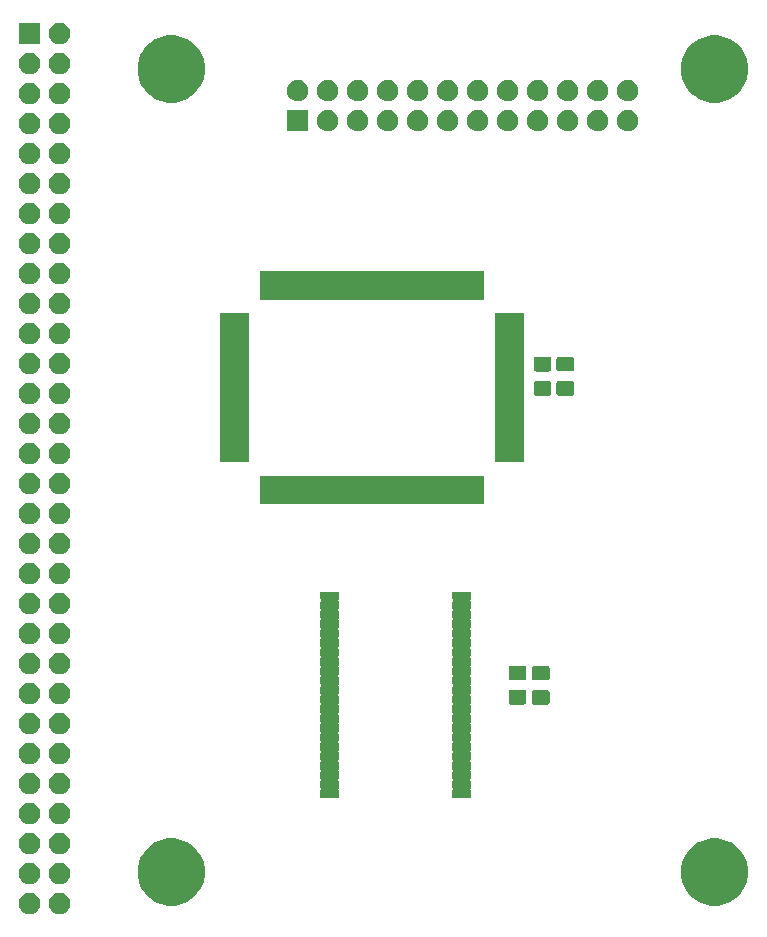
<source format=gts>
%TF.GenerationSoftware,KiCad,Pcbnew,5.1.5+dfsg1-2build2*%
%TF.CreationDate,2023-12-12T18:10:08-06:00*%
%TF.ProjectId,2067-Z8S180,32303637-2d5a-4385-9331-38302e6b6963,rev?*%
%TF.SameCoordinates,Original*%
%TF.FileFunction,Soldermask,Top*%
%TF.FilePolarity,Negative*%
%FSLAX46Y46*%
G04 Gerber Fmt 4.6, Leading zero omitted, Abs format (unit mm)*
G04 Created by KiCad (PCBNEW 5.1.5+dfsg1-2build2) date 2023-12-12 18:10:08*
%MOMM*%
%LPD*%
G04 APERTURE LIST*
%ADD10C,0.100000*%
G04 APERTURE END LIST*
D10*
G36*
X94653512Y-114763927D02*
G01*
X94802812Y-114793624D01*
X94966784Y-114861544D01*
X95114354Y-114960147D01*
X95239853Y-115085646D01*
X95338456Y-115233216D01*
X95406376Y-115397188D01*
X95441000Y-115571259D01*
X95441000Y-115748741D01*
X95406376Y-115922812D01*
X95338456Y-116086784D01*
X95239853Y-116234354D01*
X95114354Y-116359853D01*
X94966784Y-116458456D01*
X94802812Y-116526376D01*
X94653512Y-116556073D01*
X94628742Y-116561000D01*
X94451258Y-116561000D01*
X94426488Y-116556073D01*
X94277188Y-116526376D01*
X94113216Y-116458456D01*
X93965646Y-116359853D01*
X93840147Y-116234354D01*
X93741544Y-116086784D01*
X93673624Y-115922812D01*
X93639000Y-115748741D01*
X93639000Y-115571259D01*
X93673624Y-115397188D01*
X93741544Y-115233216D01*
X93840147Y-115085646D01*
X93965646Y-114960147D01*
X94113216Y-114861544D01*
X94277188Y-114793624D01*
X94426488Y-114763927D01*
X94451258Y-114759000D01*
X94628742Y-114759000D01*
X94653512Y-114763927D01*
G37*
G36*
X92113512Y-114763927D02*
G01*
X92262812Y-114793624D01*
X92426784Y-114861544D01*
X92574354Y-114960147D01*
X92699853Y-115085646D01*
X92798456Y-115233216D01*
X92866376Y-115397188D01*
X92901000Y-115571259D01*
X92901000Y-115748741D01*
X92866376Y-115922812D01*
X92798456Y-116086784D01*
X92699853Y-116234354D01*
X92574354Y-116359853D01*
X92426784Y-116458456D01*
X92262812Y-116526376D01*
X92113512Y-116556073D01*
X92088742Y-116561000D01*
X91911258Y-116561000D01*
X91886488Y-116556073D01*
X91737188Y-116526376D01*
X91573216Y-116458456D01*
X91425646Y-116359853D01*
X91300147Y-116234354D01*
X91201544Y-116086784D01*
X91133624Y-115922812D01*
X91099000Y-115748741D01*
X91099000Y-115571259D01*
X91133624Y-115397188D01*
X91201544Y-115233216D01*
X91300147Y-115085646D01*
X91425646Y-114960147D01*
X91573216Y-114861544D01*
X91737188Y-114793624D01*
X91886488Y-114763927D01*
X91911258Y-114759000D01*
X92088742Y-114759000D01*
X92113512Y-114763927D01*
G37*
G36*
X150831313Y-110259523D02*
G01*
X151349980Y-110474362D01*
X151375268Y-110491259D01*
X151816769Y-110786260D01*
X152213740Y-111183231D01*
X152344185Y-111378456D01*
X152525638Y-111650020D01*
X152740477Y-112168687D01*
X152850000Y-112719298D01*
X152850000Y-113280702D01*
X152740477Y-113831313D01*
X152525638Y-114349980D01*
X152525637Y-114349981D01*
X152213740Y-114816769D01*
X151816769Y-115213740D01*
X151542219Y-115397188D01*
X151349980Y-115525638D01*
X150831313Y-115740477D01*
X150280702Y-115850000D01*
X149719298Y-115850000D01*
X149168687Y-115740477D01*
X148650020Y-115525638D01*
X148457781Y-115397188D01*
X148183231Y-115213740D01*
X147786260Y-114816769D01*
X147474363Y-114349981D01*
X147474362Y-114349980D01*
X147259523Y-113831313D01*
X147150000Y-113280702D01*
X147150000Y-112719298D01*
X147259523Y-112168687D01*
X147474362Y-111650020D01*
X147655815Y-111378456D01*
X147786260Y-111183231D01*
X148183231Y-110786260D01*
X148624732Y-110491259D01*
X148650020Y-110474362D01*
X149168687Y-110259523D01*
X149719298Y-110150000D01*
X150280702Y-110150000D01*
X150831313Y-110259523D01*
G37*
G36*
X104831313Y-110259523D02*
G01*
X105349980Y-110474362D01*
X105375268Y-110491259D01*
X105816769Y-110786260D01*
X106213740Y-111183231D01*
X106344185Y-111378456D01*
X106525638Y-111650020D01*
X106740477Y-112168687D01*
X106850000Y-112719298D01*
X106850000Y-113280702D01*
X106740477Y-113831313D01*
X106525638Y-114349980D01*
X106525637Y-114349981D01*
X106213740Y-114816769D01*
X105816769Y-115213740D01*
X105542219Y-115397188D01*
X105349980Y-115525638D01*
X104831313Y-115740477D01*
X104280702Y-115850000D01*
X103719298Y-115850000D01*
X103168687Y-115740477D01*
X102650020Y-115525638D01*
X102457781Y-115397188D01*
X102183231Y-115213740D01*
X101786260Y-114816769D01*
X101474363Y-114349981D01*
X101474362Y-114349980D01*
X101259523Y-113831313D01*
X101150000Y-113280702D01*
X101150000Y-112719298D01*
X101259523Y-112168687D01*
X101474362Y-111650020D01*
X101655815Y-111378456D01*
X101786260Y-111183231D01*
X102183231Y-110786260D01*
X102624732Y-110491259D01*
X102650020Y-110474362D01*
X103168687Y-110259523D01*
X103719298Y-110150000D01*
X104280702Y-110150000D01*
X104831313Y-110259523D01*
G37*
G36*
X94653512Y-112223927D02*
G01*
X94802812Y-112253624D01*
X94966784Y-112321544D01*
X95114354Y-112420147D01*
X95239853Y-112545646D01*
X95338456Y-112693216D01*
X95406376Y-112857188D01*
X95441000Y-113031259D01*
X95441000Y-113208741D01*
X95406376Y-113382812D01*
X95338456Y-113546784D01*
X95239853Y-113694354D01*
X95114354Y-113819853D01*
X94966784Y-113918456D01*
X94802812Y-113986376D01*
X94653512Y-114016073D01*
X94628742Y-114021000D01*
X94451258Y-114021000D01*
X94426488Y-114016073D01*
X94277188Y-113986376D01*
X94113216Y-113918456D01*
X93965646Y-113819853D01*
X93840147Y-113694354D01*
X93741544Y-113546784D01*
X93673624Y-113382812D01*
X93639000Y-113208741D01*
X93639000Y-113031259D01*
X93673624Y-112857188D01*
X93741544Y-112693216D01*
X93840147Y-112545646D01*
X93965646Y-112420147D01*
X94113216Y-112321544D01*
X94277188Y-112253624D01*
X94426488Y-112223927D01*
X94451258Y-112219000D01*
X94628742Y-112219000D01*
X94653512Y-112223927D01*
G37*
G36*
X92113512Y-112223927D02*
G01*
X92262812Y-112253624D01*
X92426784Y-112321544D01*
X92574354Y-112420147D01*
X92699853Y-112545646D01*
X92798456Y-112693216D01*
X92866376Y-112857188D01*
X92901000Y-113031259D01*
X92901000Y-113208741D01*
X92866376Y-113382812D01*
X92798456Y-113546784D01*
X92699853Y-113694354D01*
X92574354Y-113819853D01*
X92426784Y-113918456D01*
X92262812Y-113986376D01*
X92113512Y-114016073D01*
X92088742Y-114021000D01*
X91911258Y-114021000D01*
X91886488Y-114016073D01*
X91737188Y-113986376D01*
X91573216Y-113918456D01*
X91425646Y-113819853D01*
X91300147Y-113694354D01*
X91201544Y-113546784D01*
X91133624Y-113382812D01*
X91099000Y-113208741D01*
X91099000Y-113031259D01*
X91133624Y-112857188D01*
X91201544Y-112693216D01*
X91300147Y-112545646D01*
X91425646Y-112420147D01*
X91573216Y-112321544D01*
X91737188Y-112253624D01*
X91886488Y-112223927D01*
X91911258Y-112219000D01*
X92088742Y-112219000D01*
X92113512Y-112223927D01*
G37*
G36*
X92113512Y-109683927D02*
G01*
X92262812Y-109713624D01*
X92426784Y-109781544D01*
X92574354Y-109880147D01*
X92699853Y-110005646D01*
X92798456Y-110153216D01*
X92866376Y-110317188D01*
X92901000Y-110491259D01*
X92901000Y-110668741D01*
X92866376Y-110842812D01*
X92798456Y-111006784D01*
X92699853Y-111154354D01*
X92574354Y-111279853D01*
X92426784Y-111378456D01*
X92262812Y-111446376D01*
X92113512Y-111476073D01*
X92088742Y-111481000D01*
X91911258Y-111481000D01*
X91886488Y-111476073D01*
X91737188Y-111446376D01*
X91573216Y-111378456D01*
X91425646Y-111279853D01*
X91300147Y-111154354D01*
X91201544Y-111006784D01*
X91133624Y-110842812D01*
X91099000Y-110668741D01*
X91099000Y-110491259D01*
X91133624Y-110317188D01*
X91201544Y-110153216D01*
X91300147Y-110005646D01*
X91425646Y-109880147D01*
X91573216Y-109781544D01*
X91737188Y-109713624D01*
X91886488Y-109683927D01*
X91911258Y-109679000D01*
X92088742Y-109679000D01*
X92113512Y-109683927D01*
G37*
G36*
X94653512Y-109683927D02*
G01*
X94802812Y-109713624D01*
X94966784Y-109781544D01*
X95114354Y-109880147D01*
X95239853Y-110005646D01*
X95338456Y-110153216D01*
X95406376Y-110317188D01*
X95441000Y-110491259D01*
X95441000Y-110668741D01*
X95406376Y-110842812D01*
X95338456Y-111006784D01*
X95239853Y-111154354D01*
X95114354Y-111279853D01*
X94966784Y-111378456D01*
X94802812Y-111446376D01*
X94653512Y-111476073D01*
X94628742Y-111481000D01*
X94451258Y-111481000D01*
X94426488Y-111476073D01*
X94277188Y-111446376D01*
X94113216Y-111378456D01*
X93965646Y-111279853D01*
X93840147Y-111154354D01*
X93741544Y-111006784D01*
X93673624Y-110842812D01*
X93639000Y-110668741D01*
X93639000Y-110491259D01*
X93673624Y-110317188D01*
X93741544Y-110153216D01*
X93840147Y-110005646D01*
X93965646Y-109880147D01*
X94113216Y-109781544D01*
X94277188Y-109713624D01*
X94426488Y-109683927D01*
X94451258Y-109679000D01*
X94628742Y-109679000D01*
X94653512Y-109683927D01*
G37*
G36*
X92113512Y-107143927D02*
G01*
X92262812Y-107173624D01*
X92426784Y-107241544D01*
X92574354Y-107340147D01*
X92699853Y-107465646D01*
X92798456Y-107613216D01*
X92866376Y-107777188D01*
X92901000Y-107951259D01*
X92901000Y-108128741D01*
X92866376Y-108302812D01*
X92798456Y-108466784D01*
X92699853Y-108614354D01*
X92574354Y-108739853D01*
X92426784Y-108838456D01*
X92262812Y-108906376D01*
X92113512Y-108936073D01*
X92088742Y-108941000D01*
X91911258Y-108941000D01*
X91886488Y-108936073D01*
X91737188Y-108906376D01*
X91573216Y-108838456D01*
X91425646Y-108739853D01*
X91300147Y-108614354D01*
X91201544Y-108466784D01*
X91133624Y-108302812D01*
X91099000Y-108128741D01*
X91099000Y-107951259D01*
X91133624Y-107777188D01*
X91201544Y-107613216D01*
X91300147Y-107465646D01*
X91425646Y-107340147D01*
X91573216Y-107241544D01*
X91737188Y-107173624D01*
X91886488Y-107143927D01*
X91911258Y-107139000D01*
X92088742Y-107139000D01*
X92113512Y-107143927D01*
G37*
G36*
X94653512Y-107143927D02*
G01*
X94802812Y-107173624D01*
X94966784Y-107241544D01*
X95114354Y-107340147D01*
X95239853Y-107465646D01*
X95338456Y-107613216D01*
X95406376Y-107777188D01*
X95441000Y-107951259D01*
X95441000Y-108128741D01*
X95406376Y-108302812D01*
X95338456Y-108466784D01*
X95239853Y-108614354D01*
X95114354Y-108739853D01*
X94966784Y-108838456D01*
X94802812Y-108906376D01*
X94653512Y-108936073D01*
X94628742Y-108941000D01*
X94451258Y-108941000D01*
X94426488Y-108936073D01*
X94277188Y-108906376D01*
X94113216Y-108838456D01*
X93965646Y-108739853D01*
X93840147Y-108614354D01*
X93741544Y-108466784D01*
X93673624Y-108302812D01*
X93639000Y-108128741D01*
X93639000Y-107951259D01*
X93673624Y-107777188D01*
X93741544Y-107613216D01*
X93840147Y-107465646D01*
X93965646Y-107340147D01*
X94113216Y-107241544D01*
X94277188Y-107173624D01*
X94426488Y-107143927D01*
X94451258Y-107139000D01*
X94628742Y-107139000D01*
X94653512Y-107143927D01*
G37*
G36*
X118144987Y-89276524D02*
G01*
X118163730Y-89282210D01*
X118180997Y-89291439D01*
X118196136Y-89303864D01*
X118208561Y-89319003D01*
X118217790Y-89336270D01*
X118223476Y-89355013D01*
X118226000Y-89380640D01*
X118226000Y-89819360D01*
X118223476Y-89844987D01*
X118217790Y-89863730D01*
X118208561Y-89880997D01*
X118196135Y-89896138D01*
X118187317Y-89903375D01*
X118169990Y-89920702D01*
X118156377Y-89941076D01*
X118146999Y-89963715D01*
X118142219Y-89987748D01*
X118142219Y-90012252D01*
X118146999Y-90036285D01*
X118156377Y-90058924D01*
X118169991Y-90079299D01*
X118187317Y-90096625D01*
X118196135Y-90103862D01*
X118208561Y-90119003D01*
X118217790Y-90136270D01*
X118223476Y-90155013D01*
X118226000Y-90180640D01*
X118226000Y-90619360D01*
X118223476Y-90644987D01*
X118217790Y-90663730D01*
X118208561Y-90680997D01*
X118196135Y-90696138D01*
X118187317Y-90703375D01*
X118169990Y-90720702D01*
X118156377Y-90741076D01*
X118146999Y-90763715D01*
X118142219Y-90787748D01*
X118142219Y-90812252D01*
X118146999Y-90836285D01*
X118156377Y-90858924D01*
X118169991Y-90879299D01*
X118187317Y-90896625D01*
X118196135Y-90903862D01*
X118208561Y-90919003D01*
X118217790Y-90936270D01*
X118223476Y-90955013D01*
X118226000Y-90980640D01*
X118226000Y-91419360D01*
X118223476Y-91444987D01*
X118217790Y-91463730D01*
X118208561Y-91480997D01*
X118196135Y-91496138D01*
X118187317Y-91503375D01*
X118169990Y-91520702D01*
X118156377Y-91541076D01*
X118146999Y-91563715D01*
X118142219Y-91587748D01*
X118142219Y-91612252D01*
X118146999Y-91636285D01*
X118156377Y-91658924D01*
X118169991Y-91679299D01*
X118187317Y-91696625D01*
X118196135Y-91703862D01*
X118208561Y-91719003D01*
X118217790Y-91736270D01*
X118223476Y-91755013D01*
X118226000Y-91780640D01*
X118226000Y-92219360D01*
X118223476Y-92244987D01*
X118217790Y-92263730D01*
X118208561Y-92280997D01*
X118196135Y-92296138D01*
X118187317Y-92303375D01*
X118169990Y-92320702D01*
X118156377Y-92341076D01*
X118146999Y-92363715D01*
X118142219Y-92387748D01*
X118142219Y-92412252D01*
X118146999Y-92436285D01*
X118156377Y-92458924D01*
X118169991Y-92479299D01*
X118187317Y-92496625D01*
X118196135Y-92503862D01*
X118208561Y-92519003D01*
X118217790Y-92536270D01*
X118223476Y-92555013D01*
X118226000Y-92580640D01*
X118226000Y-93019360D01*
X118223476Y-93044987D01*
X118217790Y-93063730D01*
X118208561Y-93080997D01*
X118196135Y-93096138D01*
X118187317Y-93103375D01*
X118169990Y-93120702D01*
X118156377Y-93141076D01*
X118146999Y-93163715D01*
X118142219Y-93187748D01*
X118142219Y-93212252D01*
X118146999Y-93236285D01*
X118156377Y-93258924D01*
X118169991Y-93279299D01*
X118187317Y-93296625D01*
X118196135Y-93303862D01*
X118208561Y-93319003D01*
X118217790Y-93336270D01*
X118223476Y-93355013D01*
X118226000Y-93380640D01*
X118226000Y-93819360D01*
X118223476Y-93844987D01*
X118217790Y-93863730D01*
X118208561Y-93880997D01*
X118196135Y-93896138D01*
X118187317Y-93903375D01*
X118169990Y-93920702D01*
X118156377Y-93941076D01*
X118146999Y-93963715D01*
X118142219Y-93987748D01*
X118142219Y-94012252D01*
X118146999Y-94036285D01*
X118156377Y-94058924D01*
X118169991Y-94079299D01*
X118187317Y-94096625D01*
X118196135Y-94103862D01*
X118208561Y-94119003D01*
X118217790Y-94136270D01*
X118223476Y-94155013D01*
X118226000Y-94180640D01*
X118226000Y-94619360D01*
X118223476Y-94644987D01*
X118217790Y-94663730D01*
X118208561Y-94680997D01*
X118196135Y-94696138D01*
X118187317Y-94703375D01*
X118169990Y-94720702D01*
X118156377Y-94741076D01*
X118146999Y-94763715D01*
X118142219Y-94787748D01*
X118142219Y-94812252D01*
X118146999Y-94836285D01*
X118156377Y-94858924D01*
X118169991Y-94879299D01*
X118187317Y-94896625D01*
X118196135Y-94903862D01*
X118208561Y-94919003D01*
X118217790Y-94936270D01*
X118223476Y-94955013D01*
X118226000Y-94980640D01*
X118226000Y-95419360D01*
X118223476Y-95444987D01*
X118217790Y-95463730D01*
X118208561Y-95480997D01*
X118196135Y-95496138D01*
X118187317Y-95503375D01*
X118169990Y-95520702D01*
X118156377Y-95541076D01*
X118146999Y-95563715D01*
X118142219Y-95587748D01*
X118142219Y-95612252D01*
X118146999Y-95636285D01*
X118156377Y-95658924D01*
X118169991Y-95679299D01*
X118187317Y-95696625D01*
X118196135Y-95703862D01*
X118208561Y-95719003D01*
X118217790Y-95736270D01*
X118223476Y-95755013D01*
X118226000Y-95780640D01*
X118226000Y-96219360D01*
X118223476Y-96244987D01*
X118217790Y-96263730D01*
X118208561Y-96280997D01*
X118196135Y-96296138D01*
X118187317Y-96303375D01*
X118169990Y-96320702D01*
X118156377Y-96341076D01*
X118146999Y-96363715D01*
X118142219Y-96387748D01*
X118142219Y-96412252D01*
X118146999Y-96436285D01*
X118156377Y-96458924D01*
X118169991Y-96479299D01*
X118187317Y-96496625D01*
X118196135Y-96503862D01*
X118208561Y-96519003D01*
X118217790Y-96536270D01*
X118223476Y-96555013D01*
X118226000Y-96580640D01*
X118226000Y-97019360D01*
X118223476Y-97044987D01*
X118217790Y-97063730D01*
X118208561Y-97080997D01*
X118196135Y-97096138D01*
X118187317Y-97103375D01*
X118169990Y-97120702D01*
X118156377Y-97141076D01*
X118146999Y-97163715D01*
X118142219Y-97187748D01*
X118142219Y-97212252D01*
X118146999Y-97236285D01*
X118156377Y-97258924D01*
X118169991Y-97279299D01*
X118187317Y-97296625D01*
X118196135Y-97303862D01*
X118208561Y-97319003D01*
X118217790Y-97336270D01*
X118223476Y-97355013D01*
X118226000Y-97380640D01*
X118226000Y-97819360D01*
X118223476Y-97844987D01*
X118217790Y-97863730D01*
X118208561Y-97880997D01*
X118196135Y-97896138D01*
X118187317Y-97903375D01*
X118169990Y-97920702D01*
X118156377Y-97941076D01*
X118146999Y-97963715D01*
X118142219Y-97987748D01*
X118142219Y-98012252D01*
X118146999Y-98036285D01*
X118156377Y-98058924D01*
X118169991Y-98079299D01*
X118187317Y-98096625D01*
X118196135Y-98103862D01*
X118208561Y-98119003D01*
X118217790Y-98136270D01*
X118223476Y-98155013D01*
X118226000Y-98180640D01*
X118226000Y-98619360D01*
X118223476Y-98644987D01*
X118217790Y-98663730D01*
X118208561Y-98680997D01*
X118196135Y-98696138D01*
X118187317Y-98703375D01*
X118169990Y-98720702D01*
X118156377Y-98741076D01*
X118146999Y-98763715D01*
X118142219Y-98787748D01*
X118142219Y-98812252D01*
X118146999Y-98836285D01*
X118156377Y-98858924D01*
X118169991Y-98879299D01*
X118187317Y-98896625D01*
X118196135Y-98903862D01*
X118208561Y-98919003D01*
X118217790Y-98936270D01*
X118223476Y-98955013D01*
X118226000Y-98980640D01*
X118226000Y-99419360D01*
X118223476Y-99444987D01*
X118217790Y-99463730D01*
X118208561Y-99480997D01*
X118196135Y-99496138D01*
X118187317Y-99503375D01*
X118169990Y-99520702D01*
X118156377Y-99541076D01*
X118146999Y-99563715D01*
X118142219Y-99587748D01*
X118142219Y-99612252D01*
X118146999Y-99636285D01*
X118156377Y-99658924D01*
X118169991Y-99679299D01*
X118187317Y-99696625D01*
X118196135Y-99703862D01*
X118208561Y-99719003D01*
X118217790Y-99736270D01*
X118223476Y-99755013D01*
X118226000Y-99780640D01*
X118226000Y-100219360D01*
X118223476Y-100244987D01*
X118217790Y-100263730D01*
X118208561Y-100280997D01*
X118196135Y-100296138D01*
X118187317Y-100303375D01*
X118169990Y-100320702D01*
X118156377Y-100341076D01*
X118146999Y-100363715D01*
X118142219Y-100387748D01*
X118142219Y-100412252D01*
X118146999Y-100436285D01*
X118156377Y-100458924D01*
X118169991Y-100479299D01*
X118187317Y-100496625D01*
X118196135Y-100503862D01*
X118208561Y-100519003D01*
X118217790Y-100536270D01*
X118223476Y-100555013D01*
X118226000Y-100580640D01*
X118226000Y-101019360D01*
X118223476Y-101044987D01*
X118217790Y-101063730D01*
X118208561Y-101080997D01*
X118196135Y-101096138D01*
X118187317Y-101103375D01*
X118169990Y-101120702D01*
X118156377Y-101141076D01*
X118146999Y-101163715D01*
X118142219Y-101187748D01*
X118142219Y-101212252D01*
X118146999Y-101236285D01*
X118156377Y-101258924D01*
X118169991Y-101279299D01*
X118187317Y-101296625D01*
X118196135Y-101303862D01*
X118208561Y-101319003D01*
X118217790Y-101336270D01*
X118223476Y-101355013D01*
X118226000Y-101380640D01*
X118226000Y-101819360D01*
X118223476Y-101844987D01*
X118217790Y-101863730D01*
X118208561Y-101880997D01*
X118196135Y-101896138D01*
X118187317Y-101903375D01*
X118169990Y-101920702D01*
X118156377Y-101941076D01*
X118146999Y-101963715D01*
X118142219Y-101987748D01*
X118142219Y-102012252D01*
X118146999Y-102036285D01*
X118156377Y-102058924D01*
X118169991Y-102079299D01*
X118187317Y-102096625D01*
X118196135Y-102103862D01*
X118208561Y-102119003D01*
X118217790Y-102136270D01*
X118223476Y-102155013D01*
X118226000Y-102180640D01*
X118226000Y-102619360D01*
X118223476Y-102644987D01*
X118217790Y-102663730D01*
X118208561Y-102680997D01*
X118196135Y-102696138D01*
X118187317Y-102703375D01*
X118169990Y-102720702D01*
X118156377Y-102741076D01*
X118146999Y-102763715D01*
X118142219Y-102787748D01*
X118142219Y-102812252D01*
X118146999Y-102836285D01*
X118156377Y-102858924D01*
X118169991Y-102879299D01*
X118187317Y-102896625D01*
X118196135Y-102903862D01*
X118208561Y-102919003D01*
X118217790Y-102936270D01*
X118223476Y-102955013D01*
X118226000Y-102980640D01*
X118226000Y-103419360D01*
X118223476Y-103444987D01*
X118217790Y-103463730D01*
X118208561Y-103480997D01*
X118196135Y-103496138D01*
X118187317Y-103503375D01*
X118169990Y-103520702D01*
X118156377Y-103541076D01*
X118146999Y-103563715D01*
X118142219Y-103587748D01*
X118142219Y-103612252D01*
X118146999Y-103636285D01*
X118156377Y-103658924D01*
X118169991Y-103679299D01*
X118187317Y-103696625D01*
X118196135Y-103703862D01*
X118208561Y-103719003D01*
X118217790Y-103736270D01*
X118223476Y-103755013D01*
X118226000Y-103780640D01*
X118226000Y-104219360D01*
X118223476Y-104244987D01*
X118217790Y-104263730D01*
X118208561Y-104280997D01*
X118196135Y-104296138D01*
X118187317Y-104303375D01*
X118169990Y-104320702D01*
X118156377Y-104341076D01*
X118146999Y-104363715D01*
X118142219Y-104387748D01*
X118142219Y-104412252D01*
X118146999Y-104436285D01*
X118156377Y-104458924D01*
X118169991Y-104479299D01*
X118187317Y-104496625D01*
X118196135Y-104503862D01*
X118208561Y-104519003D01*
X118217790Y-104536270D01*
X118223476Y-104555013D01*
X118226000Y-104580640D01*
X118226000Y-105019360D01*
X118223476Y-105044987D01*
X118217790Y-105063730D01*
X118208561Y-105080997D01*
X118196135Y-105096138D01*
X118187317Y-105103375D01*
X118169990Y-105120702D01*
X118156377Y-105141076D01*
X118146999Y-105163715D01*
X118142219Y-105187748D01*
X118142219Y-105212252D01*
X118146999Y-105236285D01*
X118156377Y-105258924D01*
X118169991Y-105279299D01*
X118187317Y-105296625D01*
X118196135Y-105303862D01*
X118208561Y-105319003D01*
X118217790Y-105336270D01*
X118223476Y-105355013D01*
X118226000Y-105380640D01*
X118226000Y-105819360D01*
X118223476Y-105844987D01*
X118217790Y-105863730D01*
X118208561Y-105880997D01*
X118196135Y-105896138D01*
X118187317Y-105903375D01*
X118169990Y-105920702D01*
X118156377Y-105941076D01*
X118146999Y-105963715D01*
X118142219Y-105987748D01*
X118142219Y-106012252D01*
X118146999Y-106036285D01*
X118156377Y-106058924D01*
X118169991Y-106079299D01*
X118187317Y-106096625D01*
X118196135Y-106103862D01*
X118208561Y-106119003D01*
X118217790Y-106136270D01*
X118223476Y-106155013D01*
X118226000Y-106180640D01*
X118226000Y-106619360D01*
X118223476Y-106644987D01*
X118217790Y-106663730D01*
X118208561Y-106680997D01*
X118196136Y-106696136D01*
X118180997Y-106708561D01*
X118163730Y-106717790D01*
X118144987Y-106723476D01*
X118119360Y-106726000D01*
X116705640Y-106726000D01*
X116680013Y-106723476D01*
X116661270Y-106717790D01*
X116644003Y-106708561D01*
X116628864Y-106696136D01*
X116616439Y-106680997D01*
X116607210Y-106663730D01*
X116601524Y-106644987D01*
X116599000Y-106619360D01*
X116599000Y-106180640D01*
X116601524Y-106155013D01*
X116607210Y-106136270D01*
X116616439Y-106119003D01*
X116628865Y-106103862D01*
X116637683Y-106096625D01*
X116655010Y-106079298D01*
X116668623Y-106058924D01*
X116678001Y-106036285D01*
X116682781Y-106012252D01*
X116682781Y-105987748D01*
X116678001Y-105963715D01*
X116668623Y-105941076D01*
X116655009Y-105920701D01*
X116637683Y-105903375D01*
X116628865Y-105896138D01*
X116616439Y-105880997D01*
X116607210Y-105863730D01*
X116601524Y-105844987D01*
X116599000Y-105819360D01*
X116599000Y-105380640D01*
X116601524Y-105355013D01*
X116607210Y-105336270D01*
X116616439Y-105319003D01*
X116628865Y-105303862D01*
X116637683Y-105296625D01*
X116655010Y-105279298D01*
X116668623Y-105258924D01*
X116678001Y-105236285D01*
X116682781Y-105212252D01*
X116682781Y-105187748D01*
X116678001Y-105163715D01*
X116668623Y-105141076D01*
X116655009Y-105120701D01*
X116637683Y-105103375D01*
X116628865Y-105096138D01*
X116616439Y-105080997D01*
X116607210Y-105063730D01*
X116601524Y-105044987D01*
X116599000Y-105019360D01*
X116599000Y-104580640D01*
X116601524Y-104555013D01*
X116607210Y-104536270D01*
X116616439Y-104519003D01*
X116628865Y-104503862D01*
X116637683Y-104496625D01*
X116655010Y-104479298D01*
X116668623Y-104458924D01*
X116678001Y-104436285D01*
X116682781Y-104412252D01*
X116682781Y-104387748D01*
X116678001Y-104363715D01*
X116668623Y-104341076D01*
X116655009Y-104320701D01*
X116637683Y-104303375D01*
X116628865Y-104296138D01*
X116616439Y-104280997D01*
X116607210Y-104263730D01*
X116601524Y-104244987D01*
X116599000Y-104219360D01*
X116599000Y-103780640D01*
X116601524Y-103755013D01*
X116607210Y-103736270D01*
X116616439Y-103719003D01*
X116628865Y-103703862D01*
X116637683Y-103696625D01*
X116655010Y-103679298D01*
X116668623Y-103658924D01*
X116678001Y-103636285D01*
X116682781Y-103612252D01*
X116682781Y-103587748D01*
X116678001Y-103563715D01*
X116668623Y-103541076D01*
X116655009Y-103520701D01*
X116637683Y-103503375D01*
X116628865Y-103496138D01*
X116616439Y-103480997D01*
X116607210Y-103463730D01*
X116601524Y-103444987D01*
X116599000Y-103419360D01*
X116599000Y-102980640D01*
X116601524Y-102955013D01*
X116607210Y-102936270D01*
X116616439Y-102919003D01*
X116628865Y-102903862D01*
X116637683Y-102896625D01*
X116655010Y-102879298D01*
X116668623Y-102858924D01*
X116678001Y-102836285D01*
X116682781Y-102812252D01*
X116682781Y-102787748D01*
X116678001Y-102763715D01*
X116668623Y-102741076D01*
X116655009Y-102720701D01*
X116637683Y-102703375D01*
X116628865Y-102696138D01*
X116616439Y-102680997D01*
X116607210Y-102663730D01*
X116601524Y-102644987D01*
X116599000Y-102619360D01*
X116599000Y-102180640D01*
X116601524Y-102155013D01*
X116607210Y-102136270D01*
X116616439Y-102119003D01*
X116628865Y-102103862D01*
X116637683Y-102096625D01*
X116655010Y-102079298D01*
X116668623Y-102058924D01*
X116678001Y-102036285D01*
X116682781Y-102012252D01*
X116682781Y-101987748D01*
X116678001Y-101963715D01*
X116668623Y-101941076D01*
X116655009Y-101920701D01*
X116637683Y-101903375D01*
X116628865Y-101896138D01*
X116616439Y-101880997D01*
X116607210Y-101863730D01*
X116601524Y-101844987D01*
X116599000Y-101819360D01*
X116599000Y-101380640D01*
X116601524Y-101355013D01*
X116607210Y-101336270D01*
X116616439Y-101319003D01*
X116628865Y-101303862D01*
X116637683Y-101296625D01*
X116655010Y-101279298D01*
X116668623Y-101258924D01*
X116678001Y-101236285D01*
X116682781Y-101212252D01*
X116682781Y-101187748D01*
X116678001Y-101163715D01*
X116668623Y-101141076D01*
X116655009Y-101120701D01*
X116637683Y-101103375D01*
X116628865Y-101096138D01*
X116616439Y-101080997D01*
X116607210Y-101063730D01*
X116601524Y-101044987D01*
X116599000Y-101019360D01*
X116599000Y-100580640D01*
X116601524Y-100555013D01*
X116607210Y-100536270D01*
X116616439Y-100519003D01*
X116628865Y-100503862D01*
X116637683Y-100496625D01*
X116655010Y-100479298D01*
X116668623Y-100458924D01*
X116678001Y-100436285D01*
X116682781Y-100412252D01*
X116682781Y-100387748D01*
X116678001Y-100363715D01*
X116668623Y-100341076D01*
X116655009Y-100320701D01*
X116637683Y-100303375D01*
X116628865Y-100296138D01*
X116616439Y-100280997D01*
X116607210Y-100263730D01*
X116601524Y-100244987D01*
X116599000Y-100219360D01*
X116599000Y-99780640D01*
X116601524Y-99755013D01*
X116607210Y-99736270D01*
X116616439Y-99719003D01*
X116628865Y-99703862D01*
X116637683Y-99696625D01*
X116655010Y-99679298D01*
X116668623Y-99658924D01*
X116678001Y-99636285D01*
X116682781Y-99612252D01*
X116682781Y-99587748D01*
X116678001Y-99563715D01*
X116668623Y-99541076D01*
X116655009Y-99520701D01*
X116637683Y-99503375D01*
X116628865Y-99496138D01*
X116616439Y-99480997D01*
X116607210Y-99463730D01*
X116601524Y-99444987D01*
X116599000Y-99419360D01*
X116599000Y-98980640D01*
X116601524Y-98955013D01*
X116607210Y-98936270D01*
X116616439Y-98919003D01*
X116628865Y-98903862D01*
X116637683Y-98896625D01*
X116655010Y-98879298D01*
X116668623Y-98858924D01*
X116678001Y-98836285D01*
X116682781Y-98812252D01*
X116682781Y-98787748D01*
X116678001Y-98763715D01*
X116668623Y-98741076D01*
X116655009Y-98720701D01*
X116637683Y-98703375D01*
X116628865Y-98696138D01*
X116616439Y-98680997D01*
X116607210Y-98663730D01*
X116601524Y-98644987D01*
X116599000Y-98619360D01*
X116599000Y-98180640D01*
X116601524Y-98155013D01*
X116607210Y-98136270D01*
X116616439Y-98119003D01*
X116628865Y-98103862D01*
X116637683Y-98096625D01*
X116655010Y-98079298D01*
X116668623Y-98058924D01*
X116678001Y-98036285D01*
X116682781Y-98012252D01*
X116682781Y-97987748D01*
X116678001Y-97963715D01*
X116668623Y-97941076D01*
X116655009Y-97920701D01*
X116637683Y-97903375D01*
X116628865Y-97896138D01*
X116616439Y-97880997D01*
X116607210Y-97863730D01*
X116601524Y-97844987D01*
X116599000Y-97819360D01*
X116599000Y-97380640D01*
X116601524Y-97355013D01*
X116607210Y-97336270D01*
X116616439Y-97319003D01*
X116628865Y-97303862D01*
X116637683Y-97296625D01*
X116655010Y-97279298D01*
X116668623Y-97258924D01*
X116678001Y-97236285D01*
X116682781Y-97212252D01*
X116682781Y-97187748D01*
X116678001Y-97163715D01*
X116668623Y-97141076D01*
X116655009Y-97120701D01*
X116637683Y-97103375D01*
X116628865Y-97096138D01*
X116616439Y-97080997D01*
X116607210Y-97063730D01*
X116601524Y-97044987D01*
X116599000Y-97019360D01*
X116599000Y-96580640D01*
X116601524Y-96555013D01*
X116607210Y-96536270D01*
X116616439Y-96519003D01*
X116628865Y-96503862D01*
X116637683Y-96496625D01*
X116655010Y-96479298D01*
X116668623Y-96458924D01*
X116678001Y-96436285D01*
X116682781Y-96412252D01*
X116682781Y-96387748D01*
X116678001Y-96363715D01*
X116668623Y-96341076D01*
X116655009Y-96320701D01*
X116637683Y-96303375D01*
X116628865Y-96296138D01*
X116616439Y-96280997D01*
X116607210Y-96263730D01*
X116601524Y-96244987D01*
X116599000Y-96219360D01*
X116599000Y-95780640D01*
X116601524Y-95755013D01*
X116607210Y-95736270D01*
X116616439Y-95719003D01*
X116628865Y-95703862D01*
X116637683Y-95696625D01*
X116655010Y-95679298D01*
X116668623Y-95658924D01*
X116678001Y-95636285D01*
X116682781Y-95612252D01*
X116682781Y-95587748D01*
X116678001Y-95563715D01*
X116668623Y-95541076D01*
X116655009Y-95520701D01*
X116637683Y-95503375D01*
X116628865Y-95496138D01*
X116616439Y-95480997D01*
X116607210Y-95463730D01*
X116601524Y-95444987D01*
X116599000Y-95419360D01*
X116599000Y-94980640D01*
X116601524Y-94955013D01*
X116607210Y-94936270D01*
X116616439Y-94919003D01*
X116628865Y-94903862D01*
X116637683Y-94896625D01*
X116655010Y-94879298D01*
X116668623Y-94858924D01*
X116678001Y-94836285D01*
X116682781Y-94812252D01*
X116682781Y-94787748D01*
X116678001Y-94763715D01*
X116668623Y-94741076D01*
X116655009Y-94720701D01*
X116637683Y-94703375D01*
X116628865Y-94696138D01*
X116616439Y-94680997D01*
X116607210Y-94663730D01*
X116601524Y-94644987D01*
X116599000Y-94619360D01*
X116599000Y-94180640D01*
X116601524Y-94155013D01*
X116607210Y-94136270D01*
X116616439Y-94119003D01*
X116628865Y-94103862D01*
X116637683Y-94096625D01*
X116655010Y-94079298D01*
X116668623Y-94058924D01*
X116678001Y-94036285D01*
X116682781Y-94012252D01*
X116682781Y-93987748D01*
X116678001Y-93963715D01*
X116668623Y-93941076D01*
X116655009Y-93920701D01*
X116637683Y-93903375D01*
X116628865Y-93896138D01*
X116616439Y-93880997D01*
X116607210Y-93863730D01*
X116601524Y-93844987D01*
X116599000Y-93819360D01*
X116599000Y-93380640D01*
X116601524Y-93355013D01*
X116607210Y-93336270D01*
X116616439Y-93319003D01*
X116628865Y-93303862D01*
X116637683Y-93296625D01*
X116655010Y-93279298D01*
X116668623Y-93258924D01*
X116678001Y-93236285D01*
X116682781Y-93212252D01*
X116682781Y-93187748D01*
X116678001Y-93163715D01*
X116668623Y-93141076D01*
X116655009Y-93120701D01*
X116637683Y-93103375D01*
X116628865Y-93096138D01*
X116616439Y-93080997D01*
X116607210Y-93063730D01*
X116601524Y-93044987D01*
X116599000Y-93019360D01*
X116599000Y-92580640D01*
X116601524Y-92555013D01*
X116607210Y-92536270D01*
X116616439Y-92519003D01*
X116628865Y-92503862D01*
X116637683Y-92496625D01*
X116655010Y-92479298D01*
X116668623Y-92458924D01*
X116678001Y-92436285D01*
X116682781Y-92412252D01*
X116682781Y-92387748D01*
X116678001Y-92363715D01*
X116668623Y-92341076D01*
X116655009Y-92320701D01*
X116637683Y-92303375D01*
X116628865Y-92296138D01*
X116616439Y-92280997D01*
X116607210Y-92263730D01*
X116601524Y-92244987D01*
X116599000Y-92219360D01*
X116599000Y-91780640D01*
X116601524Y-91755013D01*
X116607210Y-91736270D01*
X116616439Y-91719003D01*
X116628865Y-91703862D01*
X116637683Y-91696625D01*
X116655010Y-91679298D01*
X116668623Y-91658924D01*
X116678001Y-91636285D01*
X116682781Y-91612252D01*
X116682781Y-91587748D01*
X116678001Y-91563715D01*
X116668623Y-91541076D01*
X116655009Y-91520701D01*
X116637683Y-91503375D01*
X116628865Y-91496138D01*
X116616439Y-91480997D01*
X116607210Y-91463730D01*
X116601524Y-91444987D01*
X116599000Y-91419360D01*
X116599000Y-90980640D01*
X116601524Y-90955013D01*
X116607210Y-90936270D01*
X116616439Y-90919003D01*
X116628865Y-90903862D01*
X116637683Y-90896625D01*
X116655010Y-90879298D01*
X116668623Y-90858924D01*
X116678001Y-90836285D01*
X116682781Y-90812252D01*
X116682781Y-90787748D01*
X116678001Y-90763715D01*
X116668623Y-90741076D01*
X116655009Y-90720701D01*
X116637683Y-90703375D01*
X116628865Y-90696138D01*
X116616439Y-90680997D01*
X116607210Y-90663730D01*
X116601524Y-90644987D01*
X116599000Y-90619360D01*
X116599000Y-90180640D01*
X116601524Y-90155013D01*
X116607210Y-90136270D01*
X116616439Y-90119003D01*
X116628865Y-90103862D01*
X116637683Y-90096625D01*
X116655010Y-90079298D01*
X116668623Y-90058924D01*
X116678001Y-90036285D01*
X116682781Y-90012252D01*
X116682781Y-89987748D01*
X116678001Y-89963715D01*
X116668623Y-89941076D01*
X116655009Y-89920701D01*
X116637683Y-89903375D01*
X116628865Y-89896138D01*
X116616439Y-89880997D01*
X116607210Y-89863730D01*
X116601524Y-89844987D01*
X116599000Y-89819360D01*
X116599000Y-89380640D01*
X116601524Y-89355013D01*
X116607210Y-89336270D01*
X116616439Y-89319003D01*
X116628864Y-89303864D01*
X116644003Y-89291439D01*
X116661270Y-89282210D01*
X116680013Y-89276524D01*
X116705640Y-89274000D01*
X118119360Y-89274000D01*
X118144987Y-89276524D01*
G37*
G36*
X129319987Y-89276524D02*
G01*
X129338730Y-89282210D01*
X129355997Y-89291439D01*
X129371136Y-89303864D01*
X129383561Y-89319003D01*
X129392790Y-89336270D01*
X129398476Y-89355013D01*
X129401000Y-89380640D01*
X129401000Y-89819360D01*
X129398476Y-89844987D01*
X129392790Y-89863730D01*
X129383561Y-89880997D01*
X129371135Y-89896138D01*
X129362317Y-89903375D01*
X129344990Y-89920702D01*
X129331377Y-89941076D01*
X129321999Y-89963715D01*
X129317219Y-89987748D01*
X129317219Y-90012252D01*
X129321999Y-90036285D01*
X129331377Y-90058924D01*
X129344991Y-90079299D01*
X129362317Y-90096625D01*
X129371135Y-90103862D01*
X129383561Y-90119003D01*
X129392790Y-90136270D01*
X129398476Y-90155013D01*
X129401000Y-90180640D01*
X129401000Y-90619360D01*
X129398476Y-90644987D01*
X129392790Y-90663730D01*
X129383561Y-90680997D01*
X129371135Y-90696138D01*
X129362317Y-90703375D01*
X129344990Y-90720702D01*
X129331377Y-90741076D01*
X129321999Y-90763715D01*
X129317219Y-90787748D01*
X129317219Y-90812252D01*
X129321999Y-90836285D01*
X129331377Y-90858924D01*
X129344991Y-90879299D01*
X129362317Y-90896625D01*
X129371135Y-90903862D01*
X129383561Y-90919003D01*
X129392790Y-90936270D01*
X129398476Y-90955013D01*
X129401000Y-90980640D01*
X129401000Y-91419360D01*
X129398476Y-91444987D01*
X129392790Y-91463730D01*
X129383561Y-91480997D01*
X129371135Y-91496138D01*
X129362317Y-91503375D01*
X129344990Y-91520702D01*
X129331377Y-91541076D01*
X129321999Y-91563715D01*
X129317219Y-91587748D01*
X129317219Y-91612252D01*
X129321999Y-91636285D01*
X129331377Y-91658924D01*
X129344991Y-91679299D01*
X129362317Y-91696625D01*
X129371135Y-91703862D01*
X129383561Y-91719003D01*
X129392790Y-91736270D01*
X129398476Y-91755013D01*
X129401000Y-91780640D01*
X129401000Y-92219360D01*
X129398476Y-92244987D01*
X129392790Y-92263730D01*
X129383561Y-92280997D01*
X129371135Y-92296138D01*
X129362317Y-92303375D01*
X129344990Y-92320702D01*
X129331377Y-92341076D01*
X129321999Y-92363715D01*
X129317219Y-92387748D01*
X129317219Y-92412252D01*
X129321999Y-92436285D01*
X129331377Y-92458924D01*
X129344991Y-92479299D01*
X129362317Y-92496625D01*
X129371135Y-92503862D01*
X129383561Y-92519003D01*
X129392790Y-92536270D01*
X129398476Y-92555013D01*
X129401000Y-92580640D01*
X129401000Y-93019360D01*
X129398476Y-93044987D01*
X129392790Y-93063730D01*
X129383561Y-93080997D01*
X129371135Y-93096138D01*
X129362317Y-93103375D01*
X129344990Y-93120702D01*
X129331377Y-93141076D01*
X129321999Y-93163715D01*
X129317219Y-93187748D01*
X129317219Y-93212252D01*
X129321999Y-93236285D01*
X129331377Y-93258924D01*
X129344991Y-93279299D01*
X129362317Y-93296625D01*
X129371135Y-93303862D01*
X129383561Y-93319003D01*
X129392790Y-93336270D01*
X129398476Y-93355013D01*
X129401000Y-93380640D01*
X129401000Y-93819360D01*
X129398476Y-93844987D01*
X129392790Y-93863730D01*
X129383561Y-93880997D01*
X129371135Y-93896138D01*
X129362317Y-93903375D01*
X129344990Y-93920702D01*
X129331377Y-93941076D01*
X129321999Y-93963715D01*
X129317219Y-93987748D01*
X129317219Y-94012252D01*
X129321999Y-94036285D01*
X129331377Y-94058924D01*
X129344991Y-94079299D01*
X129362317Y-94096625D01*
X129371135Y-94103862D01*
X129383561Y-94119003D01*
X129392790Y-94136270D01*
X129398476Y-94155013D01*
X129401000Y-94180640D01*
X129401000Y-94619360D01*
X129398476Y-94644987D01*
X129392790Y-94663730D01*
X129383561Y-94680997D01*
X129371135Y-94696138D01*
X129362317Y-94703375D01*
X129344990Y-94720702D01*
X129331377Y-94741076D01*
X129321999Y-94763715D01*
X129317219Y-94787748D01*
X129317219Y-94812252D01*
X129321999Y-94836285D01*
X129331377Y-94858924D01*
X129344991Y-94879299D01*
X129362317Y-94896625D01*
X129371135Y-94903862D01*
X129383561Y-94919003D01*
X129392790Y-94936270D01*
X129398476Y-94955013D01*
X129401000Y-94980640D01*
X129401000Y-95419360D01*
X129398476Y-95444987D01*
X129392790Y-95463730D01*
X129383561Y-95480997D01*
X129371135Y-95496138D01*
X129362317Y-95503375D01*
X129344990Y-95520702D01*
X129331377Y-95541076D01*
X129321999Y-95563715D01*
X129317219Y-95587748D01*
X129317219Y-95612252D01*
X129321999Y-95636285D01*
X129331377Y-95658924D01*
X129344991Y-95679299D01*
X129362317Y-95696625D01*
X129371135Y-95703862D01*
X129383561Y-95719003D01*
X129392790Y-95736270D01*
X129398476Y-95755013D01*
X129401000Y-95780640D01*
X129401000Y-96219360D01*
X129398476Y-96244987D01*
X129392790Y-96263730D01*
X129383561Y-96280997D01*
X129371135Y-96296138D01*
X129362317Y-96303375D01*
X129344990Y-96320702D01*
X129331377Y-96341076D01*
X129321999Y-96363715D01*
X129317219Y-96387748D01*
X129317219Y-96412252D01*
X129321999Y-96436285D01*
X129331377Y-96458924D01*
X129344991Y-96479299D01*
X129362317Y-96496625D01*
X129371135Y-96503862D01*
X129383561Y-96519003D01*
X129392790Y-96536270D01*
X129398476Y-96555013D01*
X129401000Y-96580640D01*
X129401000Y-97019360D01*
X129398476Y-97044987D01*
X129392790Y-97063730D01*
X129383561Y-97080997D01*
X129371135Y-97096138D01*
X129362317Y-97103375D01*
X129344990Y-97120702D01*
X129331377Y-97141076D01*
X129321999Y-97163715D01*
X129317219Y-97187748D01*
X129317219Y-97212252D01*
X129321999Y-97236285D01*
X129331377Y-97258924D01*
X129344991Y-97279299D01*
X129362317Y-97296625D01*
X129371135Y-97303862D01*
X129383561Y-97319003D01*
X129392790Y-97336270D01*
X129398476Y-97355013D01*
X129401000Y-97380640D01*
X129401000Y-97819360D01*
X129398476Y-97844987D01*
X129392790Y-97863730D01*
X129383561Y-97880997D01*
X129371135Y-97896138D01*
X129362317Y-97903375D01*
X129344990Y-97920702D01*
X129331377Y-97941076D01*
X129321999Y-97963715D01*
X129317219Y-97987748D01*
X129317219Y-98012252D01*
X129321999Y-98036285D01*
X129331377Y-98058924D01*
X129344991Y-98079299D01*
X129362317Y-98096625D01*
X129371135Y-98103862D01*
X129383561Y-98119003D01*
X129392790Y-98136270D01*
X129398476Y-98155013D01*
X129401000Y-98180640D01*
X129401000Y-98619360D01*
X129398476Y-98644987D01*
X129392790Y-98663730D01*
X129383561Y-98680997D01*
X129371135Y-98696138D01*
X129362317Y-98703375D01*
X129344990Y-98720702D01*
X129331377Y-98741076D01*
X129321999Y-98763715D01*
X129317219Y-98787748D01*
X129317219Y-98812252D01*
X129321999Y-98836285D01*
X129331377Y-98858924D01*
X129344991Y-98879299D01*
X129362317Y-98896625D01*
X129371135Y-98903862D01*
X129383561Y-98919003D01*
X129392790Y-98936270D01*
X129398476Y-98955013D01*
X129401000Y-98980640D01*
X129401000Y-99419360D01*
X129398476Y-99444987D01*
X129392790Y-99463730D01*
X129383561Y-99480997D01*
X129371135Y-99496138D01*
X129362317Y-99503375D01*
X129344990Y-99520702D01*
X129331377Y-99541076D01*
X129321999Y-99563715D01*
X129317219Y-99587748D01*
X129317219Y-99612252D01*
X129321999Y-99636285D01*
X129331377Y-99658924D01*
X129344991Y-99679299D01*
X129362317Y-99696625D01*
X129371135Y-99703862D01*
X129383561Y-99719003D01*
X129392790Y-99736270D01*
X129398476Y-99755013D01*
X129401000Y-99780640D01*
X129401000Y-100219360D01*
X129398476Y-100244987D01*
X129392790Y-100263730D01*
X129383561Y-100280997D01*
X129371135Y-100296138D01*
X129362317Y-100303375D01*
X129344990Y-100320702D01*
X129331377Y-100341076D01*
X129321999Y-100363715D01*
X129317219Y-100387748D01*
X129317219Y-100412252D01*
X129321999Y-100436285D01*
X129331377Y-100458924D01*
X129344991Y-100479299D01*
X129362317Y-100496625D01*
X129371135Y-100503862D01*
X129383561Y-100519003D01*
X129392790Y-100536270D01*
X129398476Y-100555013D01*
X129401000Y-100580640D01*
X129401000Y-101019360D01*
X129398476Y-101044987D01*
X129392790Y-101063730D01*
X129383561Y-101080997D01*
X129371135Y-101096138D01*
X129362317Y-101103375D01*
X129344990Y-101120702D01*
X129331377Y-101141076D01*
X129321999Y-101163715D01*
X129317219Y-101187748D01*
X129317219Y-101212252D01*
X129321999Y-101236285D01*
X129331377Y-101258924D01*
X129344991Y-101279299D01*
X129362317Y-101296625D01*
X129371135Y-101303862D01*
X129383561Y-101319003D01*
X129392790Y-101336270D01*
X129398476Y-101355013D01*
X129401000Y-101380640D01*
X129401000Y-101819360D01*
X129398476Y-101844987D01*
X129392790Y-101863730D01*
X129383561Y-101880997D01*
X129371135Y-101896138D01*
X129362317Y-101903375D01*
X129344990Y-101920702D01*
X129331377Y-101941076D01*
X129321999Y-101963715D01*
X129317219Y-101987748D01*
X129317219Y-102012252D01*
X129321999Y-102036285D01*
X129331377Y-102058924D01*
X129344991Y-102079299D01*
X129362317Y-102096625D01*
X129371135Y-102103862D01*
X129383561Y-102119003D01*
X129392790Y-102136270D01*
X129398476Y-102155013D01*
X129401000Y-102180640D01*
X129401000Y-102619360D01*
X129398476Y-102644987D01*
X129392790Y-102663730D01*
X129383561Y-102680997D01*
X129371135Y-102696138D01*
X129362317Y-102703375D01*
X129344990Y-102720702D01*
X129331377Y-102741076D01*
X129321999Y-102763715D01*
X129317219Y-102787748D01*
X129317219Y-102812252D01*
X129321999Y-102836285D01*
X129331377Y-102858924D01*
X129344991Y-102879299D01*
X129362317Y-102896625D01*
X129371135Y-102903862D01*
X129383561Y-102919003D01*
X129392790Y-102936270D01*
X129398476Y-102955013D01*
X129401000Y-102980640D01*
X129401000Y-103419360D01*
X129398476Y-103444987D01*
X129392790Y-103463730D01*
X129383561Y-103480997D01*
X129371135Y-103496138D01*
X129362317Y-103503375D01*
X129344990Y-103520702D01*
X129331377Y-103541076D01*
X129321999Y-103563715D01*
X129317219Y-103587748D01*
X129317219Y-103612252D01*
X129321999Y-103636285D01*
X129331377Y-103658924D01*
X129344991Y-103679299D01*
X129362317Y-103696625D01*
X129371135Y-103703862D01*
X129383561Y-103719003D01*
X129392790Y-103736270D01*
X129398476Y-103755013D01*
X129401000Y-103780640D01*
X129401000Y-104219360D01*
X129398476Y-104244987D01*
X129392790Y-104263730D01*
X129383561Y-104280997D01*
X129371135Y-104296138D01*
X129362317Y-104303375D01*
X129344990Y-104320702D01*
X129331377Y-104341076D01*
X129321999Y-104363715D01*
X129317219Y-104387748D01*
X129317219Y-104412252D01*
X129321999Y-104436285D01*
X129331377Y-104458924D01*
X129344991Y-104479299D01*
X129362317Y-104496625D01*
X129371135Y-104503862D01*
X129383561Y-104519003D01*
X129392790Y-104536270D01*
X129398476Y-104555013D01*
X129401000Y-104580640D01*
X129401000Y-105019360D01*
X129398476Y-105044987D01*
X129392790Y-105063730D01*
X129383561Y-105080997D01*
X129371135Y-105096138D01*
X129362317Y-105103375D01*
X129344990Y-105120702D01*
X129331377Y-105141076D01*
X129321999Y-105163715D01*
X129317219Y-105187748D01*
X129317219Y-105212252D01*
X129321999Y-105236285D01*
X129331377Y-105258924D01*
X129344991Y-105279299D01*
X129362317Y-105296625D01*
X129371135Y-105303862D01*
X129383561Y-105319003D01*
X129392790Y-105336270D01*
X129398476Y-105355013D01*
X129401000Y-105380640D01*
X129401000Y-105819360D01*
X129398476Y-105844987D01*
X129392790Y-105863730D01*
X129383561Y-105880997D01*
X129371135Y-105896138D01*
X129362317Y-105903375D01*
X129344990Y-105920702D01*
X129331377Y-105941076D01*
X129321999Y-105963715D01*
X129317219Y-105987748D01*
X129317219Y-106012252D01*
X129321999Y-106036285D01*
X129331377Y-106058924D01*
X129344991Y-106079299D01*
X129362317Y-106096625D01*
X129371135Y-106103862D01*
X129383561Y-106119003D01*
X129392790Y-106136270D01*
X129398476Y-106155013D01*
X129401000Y-106180640D01*
X129401000Y-106619360D01*
X129398476Y-106644987D01*
X129392790Y-106663730D01*
X129383561Y-106680997D01*
X129371136Y-106696136D01*
X129355997Y-106708561D01*
X129338730Y-106717790D01*
X129319987Y-106723476D01*
X129294360Y-106726000D01*
X127880640Y-106726000D01*
X127855013Y-106723476D01*
X127836270Y-106717790D01*
X127819003Y-106708561D01*
X127803864Y-106696136D01*
X127791439Y-106680997D01*
X127782210Y-106663730D01*
X127776524Y-106644987D01*
X127774000Y-106619360D01*
X127774000Y-106180640D01*
X127776524Y-106155013D01*
X127782210Y-106136270D01*
X127791439Y-106119003D01*
X127803865Y-106103862D01*
X127812683Y-106096625D01*
X127830010Y-106079298D01*
X127843623Y-106058924D01*
X127853001Y-106036285D01*
X127857781Y-106012252D01*
X127857781Y-105987748D01*
X127853001Y-105963715D01*
X127843623Y-105941076D01*
X127830009Y-105920701D01*
X127812683Y-105903375D01*
X127803865Y-105896138D01*
X127791439Y-105880997D01*
X127782210Y-105863730D01*
X127776524Y-105844987D01*
X127774000Y-105819360D01*
X127774000Y-105380640D01*
X127776524Y-105355013D01*
X127782210Y-105336270D01*
X127791439Y-105319003D01*
X127803865Y-105303862D01*
X127812683Y-105296625D01*
X127830010Y-105279298D01*
X127843623Y-105258924D01*
X127853001Y-105236285D01*
X127857781Y-105212252D01*
X127857781Y-105187748D01*
X127853001Y-105163715D01*
X127843623Y-105141076D01*
X127830009Y-105120701D01*
X127812683Y-105103375D01*
X127803865Y-105096138D01*
X127791439Y-105080997D01*
X127782210Y-105063730D01*
X127776524Y-105044987D01*
X127774000Y-105019360D01*
X127774000Y-104580640D01*
X127776524Y-104555013D01*
X127782210Y-104536270D01*
X127791439Y-104519003D01*
X127803865Y-104503862D01*
X127812683Y-104496625D01*
X127830010Y-104479298D01*
X127843623Y-104458924D01*
X127853001Y-104436285D01*
X127857781Y-104412252D01*
X127857781Y-104387748D01*
X127853001Y-104363715D01*
X127843623Y-104341076D01*
X127830009Y-104320701D01*
X127812683Y-104303375D01*
X127803865Y-104296138D01*
X127791439Y-104280997D01*
X127782210Y-104263730D01*
X127776524Y-104244987D01*
X127774000Y-104219360D01*
X127774000Y-103780640D01*
X127776524Y-103755013D01*
X127782210Y-103736270D01*
X127791439Y-103719003D01*
X127803865Y-103703862D01*
X127812683Y-103696625D01*
X127830010Y-103679298D01*
X127843623Y-103658924D01*
X127853001Y-103636285D01*
X127857781Y-103612252D01*
X127857781Y-103587748D01*
X127853001Y-103563715D01*
X127843623Y-103541076D01*
X127830009Y-103520701D01*
X127812683Y-103503375D01*
X127803865Y-103496138D01*
X127791439Y-103480997D01*
X127782210Y-103463730D01*
X127776524Y-103444987D01*
X127774000Y-103419360D01*
X127774000Y-102980640D01*
X127776524Y-102955013D01*
X127782210Y-102936270D01*
X127791439Y-102919003D01*
X127803865Y-102903862D01*
X127812683Y-102896625D01*
X127830010Y-102879298D01*
X127843623Y-102858924D01*
X127853001Y-102836285D01*
X127857781Y-102812252D01*
X127857781Y-102787748D01*
X127853001Y-102763715D01*
X127843623Y-102741076D01*
X127830009Y-102720701D01*
X127812683Y-102703375D01*
X127803865Y-102696138D01*
X127791439Y-102680997D01*
X127782210Y-102663730D01*
X127776524Y-102644987D01*
X127774000Y-102619360D01*
X127774000Y-102180640D01*
X127776524Y-102155013D01*
X127782210Y-102136270D01*
X127791439Y-102119003D01*
X127803865Y-102103862D01*
X127812683Y-102096625D01*
X127830010Y-102079298D01*
X127843623Y-102058924D01*
X127853001Y-102036285D01*
X127857781Y-102012252D01*
X127857781Y-101987748D01*
X127853001Y-101963715D01*
X127843623Y-101941076D01*
X127830009Y-101920701D01*
X127812683Y-101903375D01*
X127803865Y-101896138D01*
X127791439Y-101880997D01*
X127782210Y-101863730D01*
X127776524Y-101844987D01*
X127774000Y-101819360D01*
X127774000Y-101380640D01*
X127776524Y-101355013D01*
X127782210Y-101336270D01*
X127791439Y-101319003D01*
X127803865Y-101303862D01*
X127812683Y-101296625D01*
X127830010Y-101279298D01*
X127843623Y-101258924D01*
X127853001Y-101236285D01*
X127857781Y-101212252D01*
X127857781Y-101187748D01*
X127853001Y-101163715D01*
X127843623Y-101141076D01*
X127830009Y-101120701D01*
X127812683Y-101103375D01*
X127803865Y-101096138D01*
X127791439Y-101080997D01*
X127782210Y-101063730D01*
X127776524Y-101044987D01*
X127774000Y-101019360D01*
X127774000Y-100580640D01*
X127776524Y-100555013D01*
X127782210Y-100536270D01*
X127791439Y-100519003D01*
X127803865Y-100503862D01*
X127812683Y-100496625D01*
X127830010Y-100479298D01*
X127843623Y-100458924D01*
X127853001Y-100436285D01*
X127857781Y-100412252D01*
X127857781Y-100387748D01*
X127853001Y-100363715D01*
X127843623Y-100341076D01*
X127830009Y-100320701D01*
X127812683Y-100303375D01*
X127803865Y-100296138D01*
X127791439Y-100280997D01*
X127782210Y-100263730D01*
X127776524Y-100244987D01*
X127774000Y-100219360D01*
X127774000Y-99780640D01*
X127776524Y-99755013D01*
X127782210Y-99736270D01*
X127791439Y-99719003D01*
X127803865Y-99703862D01*
X127812683Y-99696625D01*
X127830010Y-99679298D01*
X127843623Y-99658924D01*
X127853001Y-99636285D01*
X127857781Y-99612252D01*
X127857781Y-99587748D01*
X127853001Y-99563715D01*
X127843623Y-99541076D01*
X127830009Y-99520701D01*
X127812683Y-99503375D01*
X127803865Y-99496138D01*
X127791439Y-99480997D01*
X127782210Y-99463730D01*
X127776524Y-99444987D01*
X127774000Y-99419360D01*
X127774000Y-98980640D01*
X127776524Y-98955013D01*
X127782210Y-98936270D01*
X127791439Y-98919003D01*
X127803865Y-98903862D01*
X127812683Y-98896625D01*
X127830010Y-98879298D01*
X127843623Y-98858924D01*
X127853001Y-98836285D01*
X127857781Y-98812252D01*
X127857781Y-98787748D01*
X127853001Y-98763715D01*
X127843623Y-98741076D01*
X127830009Y-98720701D01*
X127812683Y-98703375D01*
X127803865Y-98696138D01*
X127791439Y-98680997D01*
X127782210Y-98663730D01*
X127776524Y-98644987D01*
X127774000Y-98619360D01*
X127774000Y-98180640D01*
X127776524Y-98155013D01*
X127782210Y-98136270D01*
X127791439Y-98119003D01*
X127803865Y-98103862D01*
X127812683Y-98096625D01*
X127830010Y-98079298D01*
X127843623Y-98058924D01*
X127853001Y-98036285D01*
X127857781Y-98012252D01*
X127857781Y-97987748D01*
X127853001Y-97963715D01*
X127843623Y-97941076D01*
X127830009Y-97920701D01*
X127812683Y-97903375D01*
X127803865Y-97896138D01*
X127791439Y-97880997D01*
X127782210Y-97863730D01*
X127776524Y-97844987D01*
X127774000Y-97819360D01*
X127774000Y-97380640D01*
X127776524Y-97355013D01*
X127782210Y-97336270D01*
X127791439Y-97319003D01*
X127803865Y-97303862D01*
X127812683Y-97296625D01*
X127830010Y-97279298D01*
X127843623Y-97258924D01*
X127853001Y-97236285D01*
X127857781Y-97212252D01*
X127857781Y-97187748D01*
X127853001Y-97163715D01*
X127843623Y-97141076D01*
X127830009Y-97120701D01*
X127812683Y-97103375D01*
X127803865Y-97096138D01*
X127791439Y-97080997D01*
X127782210Y-97063730D01*
X127776524Y-97044987D01*
X127774000Y-97019360D01*
X127774000Y-96580640D01*
X127776524Y-96555013D01*
X127782210Y-96536270D01*
X127791439Y-96519003D01*
X127803865Y-96503862D01*
X127812683Y-96496625D01*
X127830010Y-96479298D01*
X127843623Y-96458924D01*
X127853001Y-96436285D01*
X127857781Y-96412252D01*
X127857781Y-96387748D01*
X127853001Y-96363715D01*
X127843623Y-96341076D01*
X127830009Y-96320701D01*
X127812683Y-96303375D01*
X127803865Y-96296138D01*
X127791439Y-96280997D01*
X127782210Y-96263730D01*
X127776524Y-96244987D01*
X127774000Y-96219360D01*
X127774000Y-95780640D01*
X127776524Y-95755013D01*
X127782210Y-95736270D01*
X127791439Y-95719003D01*
X127803865Y-95703862D01*
X127812683Y-95696625D01*
X127830010Y-95679298D01*
X127843623Y-95658924D01*
X127853001Y-95636285D01*
X127857781Y-95612252D01*
X127857781Y-95587748D01*
X127853001Y-95563715D01*
X127843623Y-95541076D01*
X127830009Y-95520701D01*
X127812683Y-95503375D01*
X127803865Y-95496138D01*
X127791439Y-95480997D01*
X127782210Y-95463730D01*
X127776524Y-95444987D01*
X127774000Y-95419360D01*
X127774000Y-94980640D01*
X127776524Y-94955013D01*
X127782210Y-94936270D01*
X127791439Y-94919003D01*
X127803865Y-94903862D01*
X127812683Y-94896625D01*
X127830010Y-94879298D01*
X127843623Y-94858924D01*
X127853001Y-94836285D01*
X127857781Y-94812252D01*
X127857781Y-94787748D01*
X127853001Y-94763715D01*
X127843623Y-94741076D01*
X127830009Y-94720701D01*
X127812683Y-94703375D01*
X127803865Y-94696138D01*
X127791439Y-94680997D01*
X127782210Y-94663730D01*
X127776524Y-94644987D01*
X127774000Y-94619360D01*
X127774000Y-94180640D01*
X127776524Y-94155013D01*
X127782210Y-94136270D01*
X127791439Y-94119003D01*
X127803865Y-94103862D01*
X127812683Y-94096625D01*
X127830010Y-94079298D01*
X127843623Y-94058924D01*
X127853001Y-94036285D01*
X127857781Y-94012252D01*
X127857781Y-93987748D01*
X127853001Y-93963715D01*
X127843623Y-93941076D01*
X127830009Y-93920701D01*
X127812683Y-93903375D01*
X127803865Y-93896138D01*
X127791439Y-93880997D01*
X127782210Y-93863730D01*
X127776524Y-93844987D01*
X127774000Y-93819360D01*
X127774000Y-93380640D01*
X127776524Y-93355013D01*
X127782210Y-93336270D01*
X127791439Y-93319003D01*
X127803865Y-93303862D01*
X127812683Y-93296625D01*
X127830010Y-93279298D01*
X127843623Y-93258924D01*
X127853001Y-93236285D01*
X127857781Y-93212252D01*
X127857781Y-93187748D01*
X127853001Y-93163715D01*
X127843623Y-93141076D01*
X127830009Y-93120701D01*
X127812683Y-93103375D01*
X127803865Y-93096138D01*
X127791439Y-93080997D01*
X127782210Y-93063730D01*
X127776524Y-93044987D01*
X127774000Y-93019360D01*
X127774000Y-92580640D01*
X127776524Y-92555013D01*
X127782210Y-92536270D01*
X127791439Y-92519003D01*
X127803865Y-92503862D01*
X127812683Y-92496625D01*
X127830010Y-92479298D01*
X127843623Y-92458924D01*
X127853001Y-92436285D01*
X127857781Y-92412252D01*
X127857781Y-92387748D01*
X127853001Y-92363715D01*
X127843623Y-92341076D01*
X127830009Y-92320701D01*
X127812683Y-92303375D01*
X127803865Y-92296138D01*
X127791439Y-92280997D01*
X127782210Y-92263730D01*
X127776524Y-92244987D01*
X127774000Y-92219360D01*
X127774000Y-91780640D01*
X127776524Y-91755013D01*
X127782210Y-91736270D01*
X127791439Y-91719003D01*
X127803865Y-91703862D01*
X127812683Y-91696625D01*
X127830010Y-91679298D01*
X127843623Y-91658924D01*
X127853001Y-91636285D01*
X127857781Y-91612252D01*
X127857781Y-91587748D01*
X127853001Y-91563715D01*
X127843623Y-91541076D01*
X127830009Y-91520701D01*
X127812683Y-91503375D01*
X127803865Y-91496138D01*
X127791439Y-91480997D01*
X127782210Y-91463730D01*
X127776524Y-91444987D01*
X127774000Y-91419360D01*
X127774000Y-90980640D01*
X127776524Y-90955013D01*
X127782210Y-90936270D01*
X127791439Y-90919003D01*
X127803865Y-90903862D01*
X127812683Y-90896625D01*
X127830010Y-90879298D01*
X127843623Y-90858924D01*
X127853001Y-90836285D01*
X127857781Y-90812252D01*
X127857781Y-90787748D01*
X127853001Y-90763715D01*
X127843623Y-90741076D01*
X127830009Y-90720701D01*
X127812683Y-90703375D01*
X127803865Y-90696138D01*
X127791439Y-90680997D01*
X127782210Y-90663730D01*
X127776524Y-90644987D01*
X127774000Y-90619360D01*
X127774000Y-90180640D01*
X127776524Y-90155013D01*
X127782210Y-90136270D01*
X127791439Y-90119003D01*
X127803865Y-90103862D01*
X127812683Y-90096625D01*
X127830010Y-90079298D01*
X127843623Y-90058924D01*
X127853001Y-90036285D01*
X127857781Y-90012252D01*
X127857781Y-89987748D01*
X127853001Y-89963715D01*
X127843623Y-89941076D01*
X127830009Y-89920701D01*
X127812683Y-89903375D01*
X127803865Y-89896138D01*
X127791439Y-89880997D01*
X127782210Y-89863730D01*
X127776524Y-89844987D01*
X127774000Y-89819360D01*
X127774000Y-89380640D01*
X127776524Y-89355013D01*
X127782210Y-89336270D01*
X127791439Y-89319003D01*
X127803864Y-89303864D01*
X127819003Y-89291439D01*
X127836270Y-89282210D01*
X127855013Y-89276524D01*
X127880640Y-89274000D01*
X129294360Y-89274000D01*
X129319987Y-89276524D01*
G37*
G36*
X92113512Y-104603927D02*
G01*
X92262812Y-104633624D01*
X92426784Y-104701544D01*
X92574354Y-104800147D01*
X92699853Y-104925646D01*
X92798456Y-105073216D01*
X92866376Y-105237188D01*
X92901000Y-105411259D01*
X92901000Y-105588741D01*
X92866376Y-105762812D01*
X92798456Y-105926784D01*
X92699853Y-106074354D01*
X92574354Y-106199853D01*
X92426784Y-106298456D01*
X92262812Y-106366376D01*
X92113512Y-106396073D01*
X92088742Y-106401000D01*
X91911258Y-106401000D01*
X91886488Y-106396073D01*
X91737188Y-106366376D01*
X91573216Y-106298456D01*
X91425646Y-106199853D01*
X91300147Y-106074354D01*
X91201544Y-105926784D01*
X91133624Y-105762812D01*
X91099000Y-105588741D01*
X91099000Y-105411259D01*
X91133624Y-105237188D01*
X91201544Y-105073216D01*
X91300147Y-104925646D01*
X91425646Y-104800147D01*
X91573216Y-104701544D01*
X91737188Y-104633624D01*
X91886488Y-104603927D01*
X91911258Y-104599000D01*
X92088742Y-104599000D01*
X92113512Y-104603927D01*
G37*
G36*
X94653512Y-104603927D02*
G01*
X94802812Y-104633624D01*
X94966784Y-104701544D01*
X95114354Y-104800147D01*
X95239853Y-104925646D01*
X95338456Y-105073216D01*
X95406376Y-105237188D01*
X95441000Y-105411259D01*
X95441000Y-105588741D01*
X95406376Y-105762812D01*
X95338456Y-105926784D01*
X95239853Y-106074354D01*
X95114354Y-106199853D01*
X94966784Y-106298456D01*
X94802812Y-106366376D01*
X94653512Y-106396073D01*
X94628742Y-106401000D01*
X94451258Y-106401000D01*
X94426488Y-106396073D01*
X94277188Y-106366376D01*
X94113216Y-106298456D01*
X93965646Y-106199853D01*
X93840147Y-106074354D01*
X93741544Y-105926784D01*
X93673624Y-105762812D01*
X93639000Y-105588741D01*
X93639000Y-105411259D01*
X93673624Y-105237188D01*
X93741544Y-105073216D01*
X93840147Y-104925646D01*
X93965646Y-104800147D01*
X94113216Y-104701544D01*
X94277188Y-104633624D01*
X94426488Y-104603927D01*
X94451258Y-104599000D01*
X94628742Y-104599000D01*
X94653512Y-104603927D01*
G37*
G36*
X92113512Y-102063927D02*
G01*
X92262812Y-102093624D01*
X92426784Y-102161544D01*
X92574354Y-102260147D01*
X92699853Y-102385646D01*
X92798456Y-102533216D01*
X92866376Y-102697188D01*
X92884389Y-102787748D01*
X92898547Y-102858924D01*
X92901000Y-102871259D01*
X92901000Y-103048741D01*
X92866376Y-103222812D01*
X92798456Y-103386784D01*
X92699853Y-103534354D01*
X92574354Y-103659853D01*
X92426784Y-103758456D01*
X92262812Y-103826376D01*
X92113512Y-103856073D01*
X92088742Y-103861000D01*
X91911258Y-103861000D01*
X91886488Y-103856073D01*
X91737188Y-103826376D01*
X91573216Y-103758456D01*
X91425646Y-103659853D01*
X91300147Y-103534354D01*
X91201544Y-103386784D01*
X91133624Y-103222812D01*
X91099000Y-103048741D01*
X91099000Y-102871259D01*
X91101454Y-102858924D01*
X91115611Y-102787748D01*
X91133624Y-102697188D01*
X91201544Y-102533216D01*
X91300147Y-102385646D01*
X91425646Y-102260147D01*
X91573216Y-102161544D01*
X91737188Y-102093624D01*
X91886488Y-102063927D01*
X91911258Y-102059000D01*
X92088742Y-102059000D01*
X92113512Y-102063927D01*
G37*
G36*
X94653512Y-102063927D02*
G01*
X94802812Y-102093624D01*
X94966784Y-102161544D01*
X95114354Y-102260147D01*
X95239853Y-102385646D01*
X95338456Y-102533216D01*
X95406376Y-102697188D01*
X95424389Y-102787748D01*
X95438547Y-102858924D01*
X95441000Y-102871259D01*
X95441000Y-103048741D01*
X95406376Y-103222812D01*
X95338456Y-103386784D01*
X95239853Y-103534354D01*
X95114354Y-103659853D01*
X94966784Y-103758456D01*
X94802812Y-103826376D01*
X94653512Y-103856073D01*
X94628742Y-103861000D01*
X94451258Y-103861000D01*
X94426488Y-103856073D01*
X94277188Y-103826376D01*
X94113216Y-103758456D01*
X93965646Y-103659853D01*
X93840147Y-103534354D01*
X93741544Y-103386784D01*
X93673624Y-103222812D01*
X93639000Y-103048741D01*
X93639000Y-102871259D01*
X93641454Y-102858924D01*
X93655611Y-102787748D01*
X93673624Y-102697188D01*
X93741544Y-102533216D01*
X93840147Y-102385646D01*
X93965646Y-102260147D01*
X94113216Y-102161544D01*
X94277188Y-102093624D01*
X94426488Y-102063927D01*
X94451258Y-102059000D01*
X94628742Y-102059000D01*
X94653512Y-102063927D01*
G37*
G36*
X92097293Y-99520701D02*
G01*
X92262812Y-99553624D01*
X92426784Y-99621544D01*
X92574354Y-99720147D01*
X92699853Y-99845646D01*
X92798456Y-99993216D01*
X92866376Y-100157188D01*
X92901000Y-100331259D01*
X92901000Y-100508741D01*
X92866376Y-100682812D01*
X92798456Y-100846784D01*
X92699853Y-100994354D01*
X92574354Y-101119853D01*
X92426784Y-101218456D01*
X92262812Y-101286376D01*
X92113512Y-101316073D01*
X92088742Y-101321000D01*
X91911258Y-101321000D01*
X91886488Y-101316073D01*
X91737188Y-101286376D01*
X91573216Y-101218456D01*
X91425646Y-101119853D01*
X91300147Y-100994354D01*
X91201544Y-100846784D01*
X91133624Y-100682812D01*
X91099000Y-100508741D01*
X91099000Y-100331259D01*
X91133624Y-100157188D01*
X91201544Y-99993216D01*
X91300147Y-99845646D01*
X91425646Y-99720147D01*
X91573216Y-99621544D01*
X91737188Y-99553624D01*
X91902707Y-99520701D01*
X91911258Y-99519000D01*
X92088742Y-99519000D01*
X92097293Y-99520701D01*
G37*
G36*
X94637293Y-99520701D02*
G01*
X94802812Y-99553624D01*
X94966784Y-99621544D01*
X95114354Y-99720147D01*
X95239853Y-99845646D01*
X95338456Y-99993216D01*
X95406376Y-100157188D01*
X95441000Y-100331259D01*
X95441000Y-100508741D01*
X95406376Y-100682812D01*
X95338456Y-100846784D01*
X95239853Y-100994354D01*
X95114354Y-101119853D01*
X94966784Y-101218456D01*
X94802812Y-101286376D01*
X94653512Y-101316073D01*
X94628742Y-101321000D01*
X94451258Y-101321000D01*
X94426488Y-101316073D01*
X94277188Y-101286376D01*
X94113216Y-101218456D01*
X93965646Y-101119853D01*
X93840147Y-100994354D01*
X93741544Y-100846784D01*
X93673624Y-100682812D01*
X93639000Y-100508741D01*
X93639000Y-100331259D01*
X93673624Y-100157188D01*
X93741544Y-99993216D01*
X93840147Y-99845646D01*
X93965646Y-99720147D01*
X94113216Y-99621544D01*
X94277188Y-99553624D01*
X94442707Y-99520701D01*
X94451258Y-99519000D01*
X94628742Y-99519000D01*
X94637293Y-99520701D01*
G37*
G36*
X135868674Y-97578465D02*
G01*
X135906367Y-97589899D01*
X135941103Y-97608466D01*
X135971548Y-97633452D01*
X135996534Y-97663897D01*
X136015101Y-97698633D01*
X136026535Y-97736326D01*
X136031000Y-97781661D01*
X136031000Y-98618339D01*
X136026535Y-98663674D01*
X136015101Y-98701367D01*
X135996534Y-98736103D01*
X135971548Y-98766548D01*
X135941103Y-98791534D01*
X135906367Y-98810101D01*
X135868674Y-98821535D01*
X135823339Y-98826000D01*
X134736661Y-98826000D01*
X134691326Y-98821535D01*
X134653633Y-98810101D01*
X134618897Y-98791534D01*
X134588452Y-98766548D01*
X134563466Y-98736103D01*
X134544899Y-98701367D01*
X134533465Y-98663674D01*
X134529000Y-98618339D01*
X134529000Y-97781661D01*
X134533465Y-97736326D01*
X134544899Y-97698633D01*
X134563466Y-97663897D01*
X134588452Y-97633452D01*
X134618897Y-97608466D01*
X134653633Y-97589899D01*
X134691326Y-97578465D01*
X134736661Y-97574000D01*
X135823339Y-97574000D01*
X135868674Y-97578465D01*
G37*
G36*
X133898674Y-97568465D02*
G01*
X133936367Y-97579899D01*
X133971103Y-97598466D01*
X134001548Y-97623452D01*
X134026534Y-97653897D01*
X134045101Y-97688633D01*
X134056535Y-97726326D01*
X134061000Y-97771661D01*
X134061000Y-98608339D01*
X134056535Y-98653674D01*
X134045101Y-98691367D01*
X134026534Y-98726103D01*
X134001548Y-98756548D01*
X133971103Y-98781534D01*
X133936367Y-98800101D01*
X133898674Y-98811535D01*
X133853339Y-98816000D01*
X132766661Y-98816000D01*
X132721326Y-98811535D01*
X132683633Y-98800101D01*
X132648897Y-98781534D01*
X132618452Y-98756548D01*
X132593466Y-98726103D01*
X132574899Y-98691367D01*
X132563465Y-98653674D01*
X132559000Y-98608339D01*
X132559000Y-97771661D01*
X132563465Y-97726326D01*
X132574899Y-97688633D01*
X132593466Y-97653897D01*
X132618452Y-97623452D01*
X132648897Y-97598466D01*
X132683633Y-97579899D01*
X132721326Y-97568465D01*
X132766661Y-97564000D01*
X133853339Y-97564000D01*
X133898674Y-97568465D01*
G37*
G36*
X94653512Y-96983927D02*
G01*
X94802812Y-97013624D01*
X94966784Y-97081544D01*
X95114354Y-97180147D01*
X95239853Y-97305646D01*
X95338456Y-97453216D01*
X95406376Y-97617188D01*
X95441000Y-97791259D01*
X95441000Y-97968741D01*
X95406376Y-98142812D01*
X95338456Y-98306784D01*
X95239853Y-98454354D01*
X95114354Y-98579853D01*
X94966784Y-98678456D01*
X94802812Y-98746376D01*
X94653512Y-98776073D01*
X94628742Y-98781000D01*
X94451258Y-98781000D01*
X94426488Y-98776073D01*
X94277188Y-98746376D01*
X94113216Y-98678456D01*
X93965646Y-98579853D01*
X93840147Y-98454354D01*
X93741544Y-98306784D01*
X93673624Y-98142812D01*
X93639000Y-97968741D01*
X93639000Y-97791259D01*
X93673624Y-97617188D01*
X93741544Y-97453216D01*
X93840147Y-97305646D01*
X93965646Y-97180147D01*
X94113216Y-97081544D01*
X94277188Y-97013624D01*
X94426488Y-96983927D01*
X94451258Y-96979000D01*
X94628742Y-96979000D01*
X94653512Y-96983927D01*
G37*
G36*
X92113512Y-96983927D02*
G01*
X92262812Y-97013624D01*
X92426784Y-97081544D01*
X92574354Y-97180147D01*
X92699853Y-97305646D01*
X92798456Y-97453216D01*
X92866376Y-97617188D01*
X92901000Y-97791259D01*
X92901000Y-97968741D01*
X92866376Y-98142812D01*
X92798456Y-98306784D01*
X92699853Y-98454354D01*
X92574354Y-98579853D01*
X92426784Y-98678456D01*
X92262812Y-98746376D01*
X92113512Y-98776073D01*
X92088742Y-98781000D01*
X91911258Y-98781000D01*
X91886488Y-98776073D01*
X91737188Y-98746376D01*
X91573216Y-98678456D01*
X91425646Y-98579853D01*
X91300147Y-98454354D01*
X91201544Y-98306784D01*
X91133624Y-98142812D01*
X91099000Y-97968741D01*
X91099000Y-97791259D01*
X91133624Y-97617188D01*
X91201544Y-97453216D01*
X91300147Y-97305646D01*
X91425646Y-97180147D01*
X91573216Y-97081544D01*
X91737188Y-97013624D01*
X91886488Y-96983927D01*
X91911258Y-96979000D01*
X92088742Y-96979000D01*
X92113512Y-96983927D01*
G37*
G36*
X135868674Y-95528465D02*
G01*
X135906367Y-95539899D01*
X135941103Y-95558466D01*
X135971548Y-95583452D01*
X135996534Y-95613897D01*
X136015101Y-95648633D01*
X136026535Y-95686326D01*
X136031000Y-95731661D01*
X136031000Y-96568339D01*
X136026535Y-96613674D01*
X136015101Y-96651367D01*
X135996534Y-96686103D01*
X135971548Y-96716548D01*
X135941103Y-96741534D01*
X135906367Y-96760101D01*
X135868674Y-96771535D01*
X135823339Y-96776000D01*
X134736661Y-96776000D01*
X134691326Y-96771535D01*
X134653633Y-96760101D01*
X134618897Y-96741534D01*
X134588452Y-96716548D01*
X134563466Y-96686103D01*
X134544899Y-96651367D01*
X134533465Y-96613674D01*
X134529000Y-96568339D01*
X134529000Y-95731661D01*
X134533465Y-95686326D01*
X134544899Y-95648633D01*
X134563466Y-95613897D01*
X134588452Y-95583452D01*
X134618897Y-95558466D01*
X134653633Y-95539899D01*
X134691326Y-95528465D01*
X134736661Y-95524000D01*
X135823339Y-95524000D01*
X135868674Y-95528465D01*
G37*
G36*
X133898674Y-95518465D02*
G01*
X133936367Y-95529899D01*
X133971103Y-95548466D01*
X134001548Y-95573452D01*
X134026534Y-95603897D01*
X134045101Y-95638633D01*
X134056535Y-95676326D01*
X134061000Y-95721661D01*
X134061000Y-96558339D01*
X134056535Y-96603674D01*
X134045101Y-96641367D01*
X134026534Y-96676103D01*
X134001548Y-96706548D01*
X133971103Y-96731534D01*
X133936367Y-96750101D01*
X133898674Y-96761535D01*
X133853339Y-96766000D01*
X132766661Y-96766000D01*
X132721326Y-96761535D01*
X132683633Y-96750101D01*
X132648897Y-96731534D01*
X132618452Y-96706548D01*
X132593466Y-96676103D01*
X132574899Y-96641367D01*
X132563465Y-96603674D01*
X132559000Y-96558339D01*
X132559000Y-95721661D01*
X132563465Y-95676326D01*
X132574899Y-95638633D01*
X132593466Y-95603897D01*
X132618452Y-95573452D01*
X132648897Y-95548466D01*
X132683633Y-95529899D01*
X132721326Y-95518465D01*
X132766661Y-95514000D01*
X133853339Y-95514000D01*
X133898674Y-95518465D01*
G37*
G36*
X94653512Y-94443927D02*
G01*
X94802812Y-94473624D01*
X94966784Y-94541544D01*
X95114354Y-94640147D01*
X95239853Y-94765646D01*
X95338456Y-94913216D01*
X95406376Y-95077188D01*
X95441000Y-95251259D01*
X95441000Y-95428741D01*
X95406376Y-95602812D01*
X95338456Y-95766784D01*
X95239853Y-95914354D01*
X95114354Y-96039853D01*
X94966784Y-96138456D01*
X94802812Y-96206376D01*
X94653512Y-96236073D01*
X94628742Y-96241000D01*
X94451258Y-96241000D01*
X94426488Y-96236073D01*
X94277188Y-96206376D01*
X94113216Y-96138456D01*
X93965646Y-96039853D01*
X93840147Y-95914354D01*
X93741544Y-95766784D01*
X93673624Y-95602812D01*
X93639000Y-95428741D01*
X93639000Y-95251259D01*
X93673624Y-95077188D01*
X93741544Y-94913216D01*
X93840147Y-94765646D01*
X93965646Y-94640147D01*
X94113216Y-94541544D01*
X94277188Y-94473624D01*
X94426488Y-94443927D01*
X94451258Y-94439000D01*
X94628742Y-94439000D01*
X94653512Y-94443927D01*
G37*
G36*
X92113512Y-94443927D02*
G01*
X92262812Y-94473624D01*
X92426784Y-94541544D01*
X92574354Y-94640147D01*
X92699853Y-94765646D01*
X92798456Y-94913216D01*
X92866376Y-95077188D01*
X92901000Y-95251259D01*
X92901000Y-95428741D01*
X92866376Y-95602812D01*
X92798456Y-95766784D01*
X92699853Y-95914354D01*
X92574354Y-96039853D01*
X92426784Y-96138456D01*
X92262812Y-96206376D01*
X92113512Y-96236073D01*
X92088742Y-96241000D01*
X91911258Y-96241000D01*
X91886488Y-96236073D01*
X91737188Y-96206376D01*
X91573216Y-96138456D01*
X91425646Y-96039853D01*
X91300147Y-95914354D01*
X91201544Y-95766784D01*
X91133624Y-95602812D01*
X91099000Y-95428741D01*
X91099000Y-95251259D01*
X91133624Y-95077188D01*
X91201544Y-94913216D01*
X91300147Y-94765646D01*
X91425646Y-94640147D01*
X91573216Y-94541544D01*
X91737188Y-94473624D01*
X91886488Y-94443927D01*
X91911258Y-94439000D01*
X92088742Y-94439000D01*
X92113512Y-94443927D01*
G37*
G36*
X92113512Y-91903927D02*
G01*
X92262812Y-91933624D01*
X92426784Y-92001544D01*
X92574354Y-92100147D01*
X92699853Y-92225646D01*
X92798456Y-92373216D01*
X92866376Y-92537188D01*
X92901000Y-92711259D01*
X92901000Y-92888741D01*
X92866376Y-93062812D01*
X92798456Y-93226784D01*
X92699853Y-93374354D01*
X92574354Y-93499853D01*
X92426784Y-93598456D01*
X92262812Y-93666376D01*
X92113512Y-93696073D01*
X92088742Y-93701000D01*
X91911258Y-93701000D01*
X91886488Y-93696073D01*
X91737188Y-93666376D01*
X91573216Y-93598456D01*
X91425646Y-93499853D01*
X91300147Y-93374354D01*
X91201544Y-93226784D01*
X91133624Y-93062812D01*
X91099000Y-92888741D01*
X91099000Y-92711259D01*
X91133624Y-92537188D01*
X91201544Y-92373216D01*
X91300147Y-92225646D01*
X91425646Y-92100147D01*
X91573216Y-92001544D01*
X91737188Y-91933624D01*
X91886488Y-91903927D01*
X91911258Y-91899000D01*
X92088742Y-91899000D01*
X92113512Y-91903927D01*
G37*
G36*
X94653512Y-91903927D02*
G01*
X94802812Y-91933624D01*
X94966784Y-92001544D01*
X95114354Y-92100147D01*
X95239853Y-92225646D01*
X95338456Y-92373216D01*
X95406376Y-92537188D01*
X95441000Y-92711259D01*
X95441000Y-92888741D01*
X95406376Y-93062812D01*
X95338456Y-93226784D01*
X95239853Y-93374354D01*
X95114354Y-93499853D01*
X94966784Y-93598456D01*
X94802812Y-93666376D01*
X94653512Y-93696073D01*
X94628742Y-93701000D01*
X94451258Y-93701000D01*
X94426488Y-93696073D01*
X94277188Y-93666376D01*
X94113216Y-93598456D01*
X93965646Y-93499853D01*
X93840147Y-93374354D01*
X93741544Y-93226784D01*
X93673624Y-93062812D01*
X93639000Y-92888741D01*
X93639000Y-92711259D01*
X93673624Y-92537188D01*
X93741544Y-92373216D01*
X93840147Y-92225646D01*
X93965646Y-92100147D01*
X94113216Y-92001544D01*
X94277188Y-91933624D01*
X94426488Y-91903927D01*
X94451258Y-91899000D01*
X94628742Y-91899000D01*
X94653512Y-91903927D01*
G37*
G36*
X94653512Y-89363927D02*
G01*
X94802812Y-89393624D01*
X94966784Y-89461544D01*
X95114354Y-89560147D01*
X95239853Y-89685646D01*
X95338456Y-89833216D01*
X95406376Y-89997188D01*
X95441000Y-90171259D01*
X95441000Y-90348741D01*
X95406376Y-90522812D01*
X95338456Y-90686784D01*
X95239853Y-90834354D01*
X95114354Y-90959853D01*
X94966784Y-91058456D01*
X94802812Y-91126376D01*
X94653512Y-91156073D01*
X94628742Y-91161000D01*
X94451258Y-91161000D01*
X94426488Y-91156073D01*
X94277188Y-91126376D01*
X94113216Y-91058456D01*
X93965646Y-90959853D01*
X93840147Y-90834354D01*
X93741544Y-90686784D01*
X93673624Y-90522812D01*
X93639000Y-90348741D01*
X93639000Y-90171259D01*
X93673624Y-89997188D01*
X93741544Y-89833216D01*
X93840147Y-89685646D01*
X93965646Y-89560147D01*
X94113216Y-89461544D01*
X94277188Y-89393624D01*
X94426488Y-89363927D01*
X94451258Y-89359000D01*
X94628742Y-89359000D01*
X94653512Y-89363927D01*
G37*
G36*
X92113512Y-89363927D02*
G01*
X92262812Y-89393624D01*
X92426784Y-89461544D01*
X92574354Y-89560147D01*
X92699853Y-89685646D01*
X92798456Y-89833216D01*
X92866376Y-89997188D01*
X92901000Y-90171259D01*
X92901000Y-90348741D01*
X92866376Y-90522812D01*
X92798456Y-90686784D01*
X92699853Y-90834354D01*
X92574354Y-90959853D01*
X92426784Y-91058456D01*
X92262812Y-91126376D01*
X92113512Y-91156073D01*
X92088742Y-91161000D01*
X91911258Y-91161000D01*
X91886488Y-91156073D01*
X91737188Y-91126376D01*
X91573216Y-91058456D01*
X91425646Y-90959853D01*
X91300147Y-90834354D01*
X91201544Y-90686784D01*
X91133624Y-90522812D01*
X91099000Y-90348741D01*
X91099000Y-90171259D01*
X91133624Y-89997188D01*
X91201544Y-89833216D01*
X91300147Y-89685646D01*
X91425646Y-89560147D01*
X91573216Y-89461544D01*
X91737188Y-89393624D01*
X91886488Y-89363927D01*
X91911258Y-89359000D01*
X92088742Y-89359000D01*
X92113512Y-89363927D01*
G37*
G36*
X94653512Y-86823927D02*
G01*
X94802812Y-86853624D01*
X94966784Y-86921544D01*
X95114354Y-87020147D01*
X95239853Y-87145646D01*
X95338456Y-87293216D01*
X95406376Y-87457188D01*
X95441000Y-87631259D01*
X95441000Y-87808741D01*
X95406376Y-87982812D01*
X95338456Y-88146784D01*
X95239853Y-88294354D01*
X95114354Y-88419853D01*
X94966784Y-88518456D01*
X94802812Y-88586376D01*
X94653512Y-88616073D01*
X94628742Y-88621000D01*
X94451258Y-88621000D01*
X94426488Y-88616073D01*
X94277188Y-88586376D01*
X94113216Y-88518456D01*
X93965646Y-88419853D01*
X93840147Y-88294354D01*
X93741544Y-88146784D01*
X93673624Y-87982812D01*
X93639000Y-87808741D01*
X93639000Y-87631259D01*
X93673624Y-87457188D01*
X93741544Y-87293216D01*
X93840147Y-87145646D01*
X93965646Y-87020147D01*
X94113216Y-86921544D01*
X94277188Y-86853624D01*
X94426488Y-86823927D01*
X94451258Y-86819000D01*
X94628742Y-86819000D01*
X94653512Y-86823927D01*
G37*
G36*
X92113512Y-86823927D02*
G01*
X92262812Y-86853624D01*
X92426784Y-86921544D01*
X92574354Y-87020147D01*
X92699853Y-87145646D01*
X92798456Y-87293216D01*
X92866376Y-87457188D01*
X92901000Y-87631259D01*
X92901000Y-87808741D01*
X92866376Y-87982812D01*
X92798456Y-88146784D01*
X92699853Y-88294354D01*
X92574354Y-88419853D01*
X92426784Y-88518456D01*
X92262812Y-88586376D01*
X92113512Y-88616073D01*
X92088742Y-88621000D01*
X91911258Y-88621000D01*
X91886488Y-88616073D01*
X91737188Y-88586376D01*
X91573216Y-88518456D01*
X91425646Y-88419853D01*
X91300147Y-88294354D01*
X91201544Y-88146784D01*
X91133624Y-87982812D01*
X91099000Y-87808741D01*
X91099000Y-87631259D01*
X91133624Y-87457188D01*
X91201544Y-87293216D01*
X91300147Y-87145646D01*
X91425646Y-87020147D01*
X91573216Y-86921544D01*
X91737188Y-86853624D01*
X91886488Y-86823927D01*
X91911258Y-86819000D01*
X92088742Y-86819000D01*
X92113512Y-86823927D01*
G37*
G36*
X94653512Y-84283927D02*
G01*
X94802812Y-84313624D01*
X94966784Y-84381544D01*
X95114354Y-84480147D01*
X95239853Y-84605646D01*
X95338456Y-84753216D01*
X95406376Y-84917188D01*
X95441000Y-85091259D01*
X95441000Y-85268741D01*
X95406376Y-85442812D01*
X95338456Y-85606784D01*
X95239853Y-85754354D01*
X95114354Y-85879853D01*
X94966784Y-85978456D01*
X94802812Y-86046376D01*
X94653512Y-86076073D01*
X94628742Y-86081000D01*
X94451258Y-86081000D01*
X94426488Y-86076073D01*
X94277188Y-86046376D01*
X94113216Y-85978456D01*
X93965646Y-85879853D01*
X93840147Y-85754354D01*
X93741544Y-85606784D01*
X93673624Y-85442812D01*
X93639000Y-85268741D01*
X93639000Y-85091259D01*
X93673624Y-84917188D01*
X93741544Y-84753216D01*
X93840147Y-84605646D01*
X93965646Y-84480147D01*
X94113216Y-84381544D01*
X94277188Y-84313624D01*
X94426488Y-84283927D01*
X94451258Y-84279000D01*
X94628742Y-84279000D01*
X94653512Y-84283927D01*
G37*
G36*
X92113512Y-84283927D02*
G01*
X92262812Y-84313624D01*
X92426784Y-84381544D01*
X92574354Y-84480147D01*
X92699853Y-84605646D01*
X92798456Y-84753216D01*
X92866376Y-84917188D01*
X92901000Y-85091259D01*
X92901000Y-85268741D01*
X92866376Y-85442812D01*
X92798456Y-85606784D01*
X92699853Y-85754354D01*
X92574354Y-85879853D01*
X92426784Y-85978456D01*
X92262812Y-86046376D01*
X92113512Y-86076073D01*
X92088742Y-86081000D01*
X91911258Y-86081000D01*
X91886488Y-86076073D01*
X91737188Y-86046376D01*
X91573216Y-85978456D01*
X91425646Y-85879853D01*
X91300147Y-85754354D01*
X91201544Y-85606784D01*
X91133624Y-85442812D01*
X91099000Y-85268741D01*
X91099000Y-85091259D01*
X91133624Y-84917188D01*
X91201544Y-84753216D01*
X91300147Y-84605646D01*
X91425646Y-84480147D01*
X91573216Y-84381544D01*
X91737188Y-84313624D01*
X91886488Y-84283927D01*
X91911258Y-84279000D01*
X92088742Y-84279000D01*
X92113512Y-84283927D01*
G37*
G36*
X94653512Y-81743927D02*
G01*
X94802812Y-81773624D01*
X94966784Y-81841544D01*
X95114354Y-81940147D01*
X95239853Y-82065646D01*
X95338456Y-82213216D01*
X95406376Y-82377188D01*
X95441000Y-82551259D01*
X95441000Y-82728741D01*
X95406376Y-82902812D01*
X95338456Y-83066784D01*
X95239853Y-83214354D01*
X95114354Y-83339853D01*
X94966784Y-83438456D01*
X94802812Y-83506376D01*
X94653512Y-83536073D01*
X94628742Y-83541000D01*
X94451258Y-83541000D01*
X94426488Y-83536073D01*
X94277188Y-83506376D01*
X94113216Y-83438456D01*
X93965646Y-83339853D01*
X93840147Y-83214354D01*
X93741544Y-83066784D01*
X93673624Y-82902812D01*
X93639000Y-82728741D01*
X93639000Y-82551259D01*
X93673624Y-82377188D01*
X93741544Y-82213216D01*
X93840147Y-82065646D01*
X93965646Y-81940147D01*
X94113216Y-81841544D01*
X94277188Y-81773624D01*
X94426488Y-81743927D01*
X94451258Y-81739000D01*
X94628742Y-81739000D01*
X94653512Y-81743927D01*
G37*
G36*
X92113512Y-81743927D02*
G01*
X92262812Y-81773624D01*
X92426784Y-81841544D01*
X92574354Y-81940147D01*
X92699853Y-82065646D01*
X92798456Y-82213216D01*
X92866376Y-82377188D01*
X92901000Y-82551259D01*
X92901000Y-82728741D01*
X92866376Y-82902812D01*
X92798456Y-83066784D01*
X92699853Y-83214354D01*
X92574354Y-83339853D01*
X92426784Y-83438456D01*
X92262812Y-83506376D01*
X92113512Y-83536073D01*
X92088742Y-83541000D01*
X91911258Y-83541000D01*
X91886488Y-83536073D01*
X91737188Y-83506376D01*
X91573216Y-83438456D01*
X91425646Y-83339853D01*
X91300147Y-83214354D01*
X91201544Y-83066784D01*
X91133624Y-82902812D01*
X91099000Y-82728741D01*
X91099000Y-82551259D01*
X91133624Y-82377188D01*
X91201544Y-82213216D01*
X91300147Y-82065646D01*
X91425646Y-81940147D01*
X91573216Y-81841544D01*
X91737188Y-81773624D01*
X91886488Y-81743927D01*
X91911258Y-81739000D01*
X92088742Y-81739000D01*
X92113512Y-81743927D01*
G37*
G36*
X130501000Y-81851000D02*
G01*
X111499000Y-81851000D01*
X111499000Y-79449000D01*
X130501000Y-79449000D01*
X130501000Y-81851000D01*
G37*
G36*
X94653512Y-79203927D02*
G01*
X94802812Y-79233624D01*
X94966784Y-79301544D01*
X95114354Y-79400147D01*
X95239853Y-79525646D01*
X95338456Y-79673216D01*
X95406376Y-79837188D01*
X95441000Y-80011259D01*
X95441000Y-80188741D01*
X95406376Y-80362812D01*
X95338456Y-80526784D01*
X95239853Y-80674354D01*
X95114354Y-80799853D01*
X94966784Y-80898456D01*
X94802812Y-80966376D01*
X94653512Y-80996073D01*
X94628742Y-81001000D01*
X94451258Y-81001000D01*
X94426488Y-80996073D01*
X94277188Y-80966376D01*
X94113216Y-80898456D01*
X93965646Y-80799853D01*
X93840147Y-80674354D01*
X93741544Y-80526784D01*
X93673624Y-80362812D01*
X93639000Y-80188741D01*
X93639000Y-80011259D01*
X93673624Y-79837188D01*
X93741544Y-79673216D01*
X93840147Y-79525646D01*
X93965646Y-79400147D01*
X94113216Y-79301544D01*
X94277188Y-79233624D01*
X94426488Y-79203927D01*
X94451258Y-79199000D01*
X94628742Y-79199000D01*
X94653512Y-79203927D01*
G37*
G36*
X92113512Y-79203927D02*
G01*
X92262812Y-79233624D01*
X92426784Y-79301544D01*
X92574354Y-79400147D01*
X92699853Y-79525646D01*
X92798456Y-79673216D01*
X92866376Y-79837188D01*
X92901000Y-80011259D01*
X92901000Y-80188741D01*
X92866376Y-80362812D01*
X92798456Y-80526784D01*
X92699853Y-80674354D01*
X92574354Y-80799853D01*
X92426784Y-80898456D01*
X92262812Y-80966376D01*
X92113512Y-80996073D01*
X92088742Y-81001000D01*
X91911258Y-81001000D01*
X91886488Y-80996073D01*
X91737188Y-80966376D01*
X91573216Y-80898456D01*
X91425646Y-80799853D01*
X91300147Y-80674354D01*
X91201544Y-80526784D01*
X91133624Y-80362812D01*
X91099000Y-80188741D01*
X91099000Y-80011259D01*
X91133624Y-79837188D01*
X91201544Y-79673216D01*
X91300147Y-79525646D01*
X91425646Y-79400147D01*
X91573216Y-79301544D01*
X91737188Y-79233624D01*
X91886488Y-79203927D01*
X91911258Y-79199000D01*
X92088742Y-79199000D01*
X92113512Y-79203927D01*
G37*
G36*
X92113512Y-76663927D02*
G01*
X92262812Y-76693624D01*
X92426784Y-76761544D01*
X92574354Y-76860147D01*
X92699853Y-76985646D01*
X92798456Y-77133216D01*
X92866376Y-77297188D01*
X92901000Y-77471259D01*
X92901000Y-77648741D01*
X92866376Y-77822812D01*
X92798456Y-77986784D01*
X92699853Y-78134354D01*
X92574354Y-78259853D01*
X92426784Y-78358456D01*
X92262812Y-78426376D01*
X92113512Y-78456073D01*
X92088742Y-78461000D01*
X91911258Y-78461000D01*
X91886488Y-78456073D01*
X91737188Y-78426376D01*
X91573216Y-78358456D01*
X91425646Y-78259853D01*
X91300147Y-78134354D01*
X91201544Y-77986784D01*
X91133624Y-77822812D01*
X91099000Y-77648741D01*
X91099000Y-77471259D01*
X91133624Y-77297188D01*
X91201544Y-77133216D01*
X91300147Y-76985646D01*
X91425646Y-76860147D01*
X91573216Y-76761544D01*
X91737188Y-76693624D01*
X91886488Y-76663927D01*
X91911258Y-76659000D01*
X92088742Y-76659000D01*
X92113512Y-76663927D01*
G37*
G36*
X94653512Y-76663927D02*
G01*
X94802812Y-76693624D01*
X94966784Y-76761544D01*
X95114354Y-76860147D01*
X95239853Y-76985646D01*
X95338456Y-77133216D01*
X95406376Y-77297188D01*
X95441000Y-77471259D01*
X95441000Y-77648741D01*
X95406376Y-77822812D01*
X95338456Y-77986784D01*
X95239853Y-78134354D01*
X95114354Y-78259853D01*
X94966784Y-78358456D01*
X94802812Y-78426376D01*
X94653512Y-78456073D01*
X94628742Y-78461000D01*
X94451258Y-78461000D01*
X94426488Y-78456073D01*
X94277188Y-78426376D01*
X94113216Y-78358456D01*
X93965646Y-78259853D01*
X93840147Y-78134354D01*
X93741544Y-77986784D01*
X93673624Y-77822812D01*
X93639000Y-77648741D01*
X93639000Y-77471259D01*
X93673624Y-77297188D01*
X93741544Y-77133216D01*
X93840147Y-76985646D01*
X93965646Y-76860147D01*
X94113216Y-76761544D01*
X94277188Y-76693624D01*
X94426488Y-76663927D01*
X94451258Y-76659000D01*
X94628742Y-76659000D01*
X94653512Y-76663927D01*
G37*
G36*
X110551000Y-78301000D02*
G01*
X108149000Y-78301000D01*
X108149000Y-65699000D01*
X110551000Y-65699000D01*
X110551000Y-78301000D01*
G37*
G36*
X133851000Y-78301000D02*
G01*
X131449000Y-78301000D01*
X131449000Y-65699000D01*
X133851000Y-65699000D01*
X133851000Y-78301000D01*
G37*
G36*
X92113512Y-74123927D02*
G01*
X92262812Y-74153624D01*
X92426784Y-74221544D01*
X92574354Y-74320147D01*
X92699853Y-74445646D01*
X92798456Y-74593216D01*
X92866376Y-74757188D01*
X92901000Y-74931259D01*
X92901000Y-75108741D01*
X92866376Y-75282812D01*
X92798456Y-75446784D01*
X92699853Y-75594354D01*
X92574354Y-75719853D01*
X92426784Y-75818456D01*
X92262812Y-75886376D01*
X92113512Y-75916073D01*
X92088742Y-75921000D01*
X91911258Y-75921000D01*
X91886488Y-75916073D01*
X91737188Y-75886376D01*
X91573216Y-75818456D01*
X91425646Y-75719853D01*
X91300147Y-75594354D01*
X91201544Y-75446784D01*
X91133624Y-75282812D01*
X91099000Y-75108741D01*
X91099000Y-74931259D01*
X91133624Y-74757188D01*
X91201544Y-74593216D01*
X91300147Y-74445646D01*
X91425646Y-74320147D01*
X91573216Y-74221544D01*
X91737188Y-74153624D01*
X91886488Y-74123927D01*
X91911258Y-74119000D01*
X92088742Y-74119000D01*
X92113512Y-74123927D01*
G37*
G36*
X94653512Y-74123927D02*
G01*
X94802812Y-74153624D01*
X94966784Y-74221544D01*
X95114354Y-74320147D01*
X95239853Y-74445646D01*
X95338456Y-74593216D01*
X95406376Y-74757188D01*
X95441000Y-74931259D01*
X95441000Y-75108741D01*
X95406376Y-75282812D01*
X95338456Y-75446784D01*
X95239853Y-75594354D01*
X95114354Y-75719853D01*
X94966784Y-75818456D01*
X94802812Y-75886376D01*
X94653512Y-75916073D01*
X94628742Y-75921000D01*
X94451258Y-75921000D01*
X94426488Y-75916073D01*
X94277188Y-75886376D01*
X94113216Y-75818456D01*
X93965646Y-75719853D01*
X93840147Y-75594354D01*
X93741544Y-75446784D01*
X93673624Y-75282812D01*
X93639000Y-75108741D01*
X93639000Y-74931259D01*
X93673624Y-74757188D01*
X93741544Y-74593216D01*
X93840147Y-74445646D01*
X93965646Y-74320147D01*
X94113216Y-74221544D01*
X94277188Y-74153624D01*
X94426488Y-74123927D01*
X94451258Y-74119000D01*
X94628742Y-74119000D01*
X94653512Y-74123927D01*
G37*
G36*
X94643909Y-71582017D02*
G01*
X94802812Y-71613624D01*
X94966784Y-71681544D01*
X95114354Y-71780147D01*
X95239853Y-71905646D01*
X95338456Y-72053216D01*
X95406376Y-72217188D01*
X95441000Y-72391259D01*
X95441000Y-72568741D01*
X95406376Y-72742812D01*
X95338456Y-72906784D01*
X95239853Y-73054354D01*
X95114354Y-73179853D01*
X94966784Y-73278456D01*
X94802812Y-73346376D01*
X94653512Y-73376073D01*
X94628742Y-73381000D01*
X94451258Y-73381000D01*
X94426488Y-73376073D01*
X94277188Y-73346376D01*
X94113216Y-73278456D01*
X93965646Y-73179853D01*
X93840147Y-73054354D01*
X93741544Y-72906784D01*
X93673624Y-72742812D01*
X93639000Y-72568741D01*
X93639000Y-72391259D01*
X93673624Y-72217188D01*
X93741544Y-72053216D01*
X93840147Y-71905646D01*
X93965646Y-71780147D01*
X94113216Y-71681544D01*
X94277188Y-71613624D01*
X94436091Y-71582017D01*
X94451258Y-71579000D01*
X94628742Y-71579000D01*
X94643909Y-71582017D01*
G37*
G36*
X92103909Y-71582017D02*
G01*
X92262812Y-71613624D01*
X92426784Y-71681544D01*
X92574354Y-71780147D01*
X92699853Y-71905646D01*
X92798456Y-72053216D01*
X92866376Y-72217188D01*
X92901000Y-72391259D01*
X92901000Y-72568741D01*
X92866376Y-72742812D01*
X92798456Y-72906784D01*
X92699853Y-73054354D01*
X92574354Y-73179853D01*
X92426784Y-73278456D01*
X92262812Y-73346376D01*
X92113512Y-73376073D01*
X92088742Y-73381000D01*
X91911258Y-73381000D01*
X91886488Y-73376073D01*
X91737188Y-73346376D01*
X91573216Y-73278456D01*
X91425646Y-73179853D01*
X91300147Y-73054354D01*
X91201544Y-72906784D01*
X91133624Y-72742812D01*
X91099000Y-72568741D01*
X91099000Y-72391259D01*
X91133624Y-72217188D01*
X91201544Y-72053216D01*
X91300147Y-71905646D01*
X91425646Y-71780147D01*
X91573216Y-71681544D01*
X91737188Y-71613624D01*
X91896091Y-71582017D01*
X91911258Y-71579000D01*
X92088742Y-71579000D01*
X92103909Y-71582017D01*
G37*
G36*
X136018674Y-71428465D02*
G01*
X136056367Y-71439899D01*
X136091103Y-71458466D01*
X136121548Y-71483452D01*
X136146534Y-71513897D01*
X136165101Y-71548633D01*
X136176535Y-71586326D01*
X136181000Y-71631661D01*
X136181000Y-72468339D01*
X136176535Y-72513674D01*
X136165101Y-72551367D01*
X136146534Y-72586103D01*
X136121548Y-72616548D01*
X136091103Y-72641534D01*
X136056367Y-72660101D01*
X136018674Y-72671535D01*
X135973339Y-72676000D01*
X134886661Y-72676000D01*
X134841326Y-72671535D01*
X134803633Y-72660101D01*
X134768897Y-72641534D01*
X134738452Y-72616548D01*
X134713466Y-72586103D01*
X134694899Y-72551367D01*
X134683465Y-72513674D01*
X134679000Y-72468339D01*
X134679000Y-71631661D01*
X134683465Y-71586326D01*
X134694899Y-71548633D01*
X134713466Y-71513897D01*
X134738452Y-71483452D01*
X134768897Y-71458466D01*
X134803633Y-71439899D01*
X134841326Y-71428465D01*
X134886661Y-71424000D01*
X135973339Y-71424000D01*
X136018674Y-71428465D01*
G37*
G36*
X137948674Y-71418465D02*
G01*
X137986367Y-71429899D01*
X138021103Y-71448466D01*
X138051548Y-71473452D01*
X138076534Y-71503897D01*
X138095101Y-71538633D01*
X138106535Y-71576326D01*
X138111000Y-71621661D01*
X138111000Y-72458339D01*
X138106535Y-72503674D01*
X138095101Y-72541367D01*
X138076534Y-72576103D01*
X138051548Y-72606548D01*
X138021103Y-72631534D01*
X137986367Y-72650101D01*
X137948674Y-72661535D01*
X137903339Y-72666000D01*
X136816661Y-72666000D01*
X136771326Y-72661535D01*
X136733633Y-72650101D01*
X136698897Y-72631534D01*
X136668452Y-72606548D01*
X136643466Y-72576103D01*
X136624899Y-72541367D01*
X136613465Y-72503674D01*
X136609000Y-72458339D01*
X136609000Y-71621661D01*
X136613465Y-71576326D01*
X136624899Y-71538633D01*
X136643466Y-71503897D01*
X136668452Y-71473452D01*
X136698897Y-71448466D01*
X136733633Y-71429899D01*
X136771326Y-71418465D01*
X136816661Y-71414000D01*
X137903339Y-71414000D01*
X137948674Y-71418465D01*
G37*
G36*
X94653512Y-69043927D02*
G01*
X94802812Y-69073624D01*
X94966784Y-69141544D01*
X95114354Y-69240147D01*
X95239853Y-69365646D01*
X95338456Y-69513216D01*
X95406376Y-69677188D01*
X95441000Y-69851259D01*
X95441000Y-70028741D01*
X95406376Y-70202812D01*
X95338456Y-70366784D01*
X95239853Y-70514354D01*
X95114354Y-70639853D01*
X94966784Y-70738456D01*
X94802812Y-70806376D01*
X94653512Y-70836073D01*
X94628742Y-70841000D01*
X94451258Y-70841000D01*
X94426488Y-70836073D01*
X94277188Y-70806376D01*
X94113216Y-70738456D01*
X93965646Y-70639853D01*
X93840147Y-70514354D01*
X93741544Y-70366784D01*
X93673624Y-70202812D01*
X93639000Y-70028741D01*
X93639000Y-69851259D01*
X93673624Y-69677188D01*
X93741544Y-69513216D01*
X93840147Y-69365646D01*
X93965646Y-69240147D01*
X94113216Y-69141544D01*
X94277188Y-69073624D01*
X94426488Y-69043927D01*
X94451258Y-69039000D01*
X94628742Y-69039000D01*
X94653512Y-69043927D01*
G37*
G36*
X92113512Y-69043927D02*
G01*
X92262812Y-69073624D01*
X92426784Y-69141544D01*
X92574354Y-69240147D01*
X92699853Y-69365646D01*
X92798456Y-69513216D01*
X92866376Y-69677188D01*
X92901000Y-69851259D01*
X92901000Y-70028741D01*
X92866376Y-70202812D01*
X92798456Y-70366784D01*
X92699853Y-70514354D01*
X92574354Y-70639853D01*
X92426784Y-70738456D01*
X92262812Y-70806376D01*
X92113512Y-70836073D01*
X92088742Y-70841000D01*
X91911258Y-70841000D01*
X91886488Y-70836073D01*
X91737188Y-70806376D01*
X91573216Y-70738456D01*
X91425646Y-70639853D01*
X91300147Y-70514354D01*
X91201544Y-70366784D01*
X91133624Y-70202812D01*
X91099000Y-70028741D01*
X91099000Y-69851259D01*
X91133624Y-69677188D01*
X91201544Y-69513216D01*
X91300147Y-69365646D01*
X91425646Y-69240147D01*
X91573216Y-69141544D01*
X91737188Y-69073624D01*
X91886488Y-69043927D01*
X91911258Y-69039000D01*
X92088742Y-69039000D01*
X92113512Y-69043927D01*
G37*
G36*
X136018674Y-69378465D02*
G01*
X136056367Y-69389899D01*
X136091103Y-69408466D01*
X136121548Y-69433452D01*
X136146534Y-69463897D01*
X136165101Y-69498633D01*
X136176535Y-69536326D01*
X136181000Y-69581661D01*
X136181000Y-70418339D01*
X136176535Y-70463674D01*
X136165101Y-70501367D01*
X136146534Y-70536103D01*
X136121548Y-70566548D01*
X136091103Y-70591534D01*
X136056367Y-70610101D01*
X136018674Y-70621535D01*
X135973339Y-70626000D01*
X134886661Y-70626000D01*
X134841326Y-70621535D01*
X134803633Y-70610101D01*
X134768897Y-70591534D01*
X134738452Y-70566548D01*
X134713466Y-70536103D01*
X134694899Y-70501367D01*
X134683465Y-70463674D01*
X134679000Y-70418339D01*
X134679000Y-69581661D01*
X134683465Y-69536326D01*
X134694899Y-69498633D01*
X134713466Y-69463897D01*
X134738452Y-69433452D01*
X134768897Y-69408466D01*
X134803633Y-69389899D01*
X134841326Y-69378465D01*
X134886661Y-69374000D01*
X135973339Y-69374000D01*
X136018674Y-69378465D01*
G37*
G36*
X137948674Y-69368465D02*
G01*
X137986367Y-69379899D01*
X138021103Y-69398466D01*
X138051548Y-69423452D01*
X138076534Y-69453897D01*
X138095101Y-69488633D01*
X138106535Y-69526326D01*
X138111000Y-69571661D01*
X138111000Y-70408339D01*
X138106535Y-70453674D01*
X138095101Y-70491367D01*
X138076534Y-70526103D01*
X138051548Y-70556548D01*
X138021103Y-70581534D01*
X137986367Y-70600101D01*
X137948674Y-70611535D01*
X137903339Y-70616000D01*
X136816661Y-70616000D01*
X136771326Y-70611535D01*
X136733633Y-70600101D01*
X136698897Y-70581534D01*
X136668452Y-70556548D01*
X136643466Y-70526103D01*
X136624899Y-70491367D01*
X136613465Y-70453674D01*
X136609000Y-70408339D01*
X136609000Y-69571661D01*
X136613465Y-69526326D01*
X136624899Y-69488633D01*
X136643466Y-69453897D01*
X136668452Y-69423452D01*
X136698897Y-69398466D01*
X136733633Y-69379899D01*
X136771326Y-69368465D01*
X136816661Y-69364000D01*
X137903339Y-69364000D01*
X137948674Y-69368465D01*
G37*
G36*
X92113512Y-66503927D02*
G01*
X92262812Y-66533624D01*
X92426784Y-66601544D01*
X92574354Y-66700147D01*
X92699853Y-66825646D01*
X92798456Y-66973216D01*
X92866376Y-67137188D01*
X92901000Y-67311259D01*
X92901000Y-67488741D01*
X92866376Y-67662812D01*
X92798456Y-67826784D01*
X92699853Y-67974354D01*
X92574354Y-68099853D01*
X92426784Y-68198456D01*
X92262812Y-68266376D01*
X92113512Y-68296073D01*
X92088742Y-68301000D01*
X91911258Y-68301000D01*
X91886488Y-68296073D01*
X91737188Y-68266376D01*
X91573216Y-68198456D01*
X91425646Y-68099853D01*
X91300147Y-67974354D01*
X91201544Y-67826784D01*
X91133624Y-67662812D01*
X91099000Y-67488741D01*
X91099000Y-67311259D01*
X91133624Y-67137188D01*
X91201544Y-66973216D01*
X91300147Y-66825646D01*
X91425646Y-66700147D01*
X91573216Y-66601544D01*
X91737188Y-66533624D01*
X91886488Y-66503927D01*
X91911258Y-66499000D01*
X92088742Y-66499000D01*
X92113512Y-66503927D01*
G37*
G36*
X94653512Y-66503927D02*
G01*
X94802812Y-66533624D01*
X94966784Y-66601544D01*
X95114354Y-66700147D01*
X95239853Y-66825646D01*
X95338456Y-66973216D01*
X95406376Y-67137188D01*
X95441000Y-67311259D01*
X95441000Y-67488741D01*
X95406376Y-67662812D01*
X95338456Y-67826784D01*
X95239853Y-67974354D01*
X95114354Y-68099853D01*
X94966784Y-68198456D01*
X94802812Y-68266376D01*
X94653512Y-68296073D01*
X94628742Y-68301000D01*
X94451258Y-68301000D01*
X94426488Y-68296073D01*
X94277188Y-68266376D01*
X94113216Y-68198456D01*
X93965646Y-68099853D01*
X93840147Y-67974354D01*
X93741544Y-67826784D01*
X93673624Y-67662812D01*
X93639000Y-67488741D01*
X93639000Y-67311259D01*
X93673624Y-67137188D01*
X93741544Y-66973216D01*
X93840147Y-66825646D01*
X93965646Y-66700147D01*
X94113216Y-66601544D01*
X94277188Y-66533624D01*
X94426488Y-66503927D01*
X94451258Y-66499000D01*
X94628742Y-66499000D01*
X94653512Y-66503927D01*
G37*
G36*
X92113512Y-63963927D02*
G01*
X92262812Y-63993624D01*
X92426784Y-64061544D01*
X92574354Y-64160147D01*
X92699853Y-64285646D01*
X92798456Y-64433216D01*
X92866376Y-64597188D01*
X92901000Y-64771259D01*
X92901000Y-64948741D01*
X92866376Y-65122812D01*
X92798456Y-65286784D01*
X92699853Y-65434354D01*
X92574354Y-65559853D01*
X92426784Y-65658456D01*
X92262812Y-65726376D01*
X92113512Y-65756073D01*
X92088742Y-65761000D01*
X91911258Y-65761000D01*
X91886488Y-65756073D01*
X91737188Y-65726376D01*
X91573216Y-65658456D01*
X91425646Y-65559853D01*
X91300147Y-65434354D01*
X91201544Y-65286784D01*
X91133624Y-65122812D01*
X91099000Y-64948741D01*
X91099000Y-64771259D01*
X91133624Y-64597188D01*
X91201544Y-64433216D01*
X91300147Y-64285646D01*
X91425646Y-64160147D01*
X91573216Y-64061544D01*
X91737188Y-63993624D01*
X91886488Y-63963927D01*
X91911258Y-63959000D01*
X92088742Y-63959000D01*
X92113512Y-63963927D01*
G37*
G36*
X94653512Y-63963927D02*
G01*
X94802812Y-63993624D01*
X94966784Y-64061544D01*
X95114354Y-64160147D01*
X95239853Y-64285646D01*
X95338456Y-64433216D01*
X95406376Y-64597188D01*
X95441000Y-64771259D01*
X95441000Y-64948741D01*
X95406376Y-65122812D01*
X95338456Y-65286784D01*
X95239853Y-65434354D01*
X95114354Y-65559853D01*
X94966784Y-65658456D01*
X94802812Y-65726376D01*
X94653512Y-65756073D01*
X94628742Y-65761000D01*
X94451258Y-65761000D01*
X94426488Y-65756073D01*
X94277188Y-65726376D01*
X94113216Y-65658456D01*
X93965646Y-65559853D01*
X93840147Y-65434354D01*
X93741544Y-65286784D01*
X93673624Y-65122812D01*
X93639000Y-64948741D01*
X93639000Y-64771259D01*
X93673624Y-64597188D01*
X93741544Y-64433216D01*
X93840147Y-64285646D01*
X93965646Y-64160147D01*
X94113216Y-64061544D01*
X94277188Y-63993624D01*
X94426488Y-63963927D01*
X94451258Y-63959000D01*
X94628742Y-63959000D01*
X94653512Y-63963927D01*
G37*
G36*
X130501000Y-64551000D02*
G01*
X111499000Y-64551000D01*
X111499000Y-62149000D01*
X130501000Y-62149000D01*
X130501000Y-64551000D01*
G37*
G36*
X94653512Y-61423927D02*
G01*
X94802812Y-61453624D01*
X94966784Y-61521544D01*
X95114354Y-61620147D01*
X95239853Y-61745646D01*
X95338456Y-61893216D01*
X95406376Y-62057188D01*
X95441000Y-62231259D01*
X95441000Y-62408741D01*
X95406376Y-62582812D01*
X95338456Y-62746784D01*
X95239853Y-62894354D01*
X95114354Y-63019853D01*
X94966784Y-63118456D01*
X94802812Y-63186376D01*
X94653512Y-63216073D01*
X94628742Y-63221000D01*
X94451258Y-63221000D01*
X94426488Y-63216073D01*
X94277188Y-63186376D01*
X94113216Y-63118456D01*
X93965646Y-63019853D01*
X93840147Y-62894354D01*
X93741544Y-62746784D01*
X93673624Y-62582812D01*
X93639000Y-62408741D01*
X93639000Y-62231259D01*
X93673624Y-62057188D01*
X93741544Y-61893216D01*
X93840147Y-61745646D01*
X93965646Y-61620147D01*
X94113216Y-61521544D01*
X94277188Y-61453624D01*
X94426488Y-61423927D01*
X94451258Y-61419000D01*
X94628742Y-61419000D01*
X94653512Y-61423927D01*
G37*
G36*
X92113512Y-61423927D02*
G01*
X92262812Y-61453624D01*
X92426784Y-61521544D01*
X92574354Y-61620147D01*
X92699853Y-61745646D01*
X92798456Y-61893216D01*
X92866376Y-62057188D01*
X92901000Y-62231259D01*
X92901000Y-62408741D01*
X92866376Y-62582812D01*
X92798456Y-62746784D01*
X92699853Y-62894354D01*
X92574354Y-63019853D01*
X92426784Y-63118456D01*
X92262812Y-63186376D01*
X92113512Y-63216073D01*
X92088742Y-63221000D01*
X91911258Y-63221000D01*
X91886488Y-63216073D01*
X91737188Y-63186376D01*
X91573216Y-63118456D01*
X91425646Y-63019853D01*
X91300147Y-62894354D01*
X91201544Y-62746784D01*
X91133624Y-62582812D01*
X91099000Y-62408741D01*
X91099000Y-62231259D01*
X91133624Y-62057188D01*
X91201544Y-61893216D01*
X91300147Y-61745646D01*
X91425646Y-61620147D01*
X91573216Y-61521544D01*
X91737188Y-61453624D01*
X91886488Y-61423927D01*
X91911258Y-61419000D01*
X92088742Y-61419000D01*
X92113512Y-61423927D01*
G37*
G36*
X94653512Y-58883927D02*
G01*
X94802812Y-58913624D01*
X94966784Y-58981544D01*
X95114354Y-59080147D01*
X95239853Y-59205646D01*
X95338456Y-59353216D01*
X95406376Y-59517188D01*
X95441000Y-59691259D01*
X95441000Y-59868741D01*
X95406376Y-60042812D01*
X95338456Y-60206784D01*
X95239853Y-60354354D01*
X95114354Y-60479853D01*
X94966784Y-60578456D01*
X94802812Y-60646376D01*
X94653512Y-60676073D01*
X94628742Y-60681000D01*
X94451258Y-60681000D01*
X94426488Y-60676073D01*
X94277188Y-60646376D01*
X94113216Y-60578456D01*
X93965646Y-60479853D01*
X93840147Y-60354354D01*
X93741544Y-60206784D01*
X93673624Y-60042812D01*
X93639000Y-59868741D01*
X93639000Y-59691259D01*
X93673624Y-59517188D01*
X93741544Y-59353216D01*
X93840147Y-59205646D01*
X93965646Y-59080147D01*
X94113216Y-58981544D01*
X94277188Y-58913624D01*
X94426488Y-58883927D01*
X94451258Y-58879000D01*
X94628742Y-58879000D01*
X94653512Y-58883927D01*
G37*
G36*
X92113512Y-58883927D02*
G01*
X92262812Y-58913624D01*
X92426784Y-58981544D01*
X92574354Y-59080147D01*
X92699853Y-59205646D01*
X92798456Y-59353216D01*
X92866376Y-59517188D01*
X92901000Y-59691259D01*
X92901000Y-59868741D01*
X92866376Y-60042812D01*
X92798456Y-60206784D01*
X92699853Y-60354354D01*
X92574354Y-60479853D01*
X92426784Y-60578456D01*
X92262812Y-60646376D01*
X92113512Y-60676073D01*
X92088742Y-60681000D01*
X91911258Y-60681000D01*
X91886488Y-60676073D01*
X91737188Y-60646376D01*
X91573216Y-60578456D01*
X91425646Y-60479853D01*
X91300147Y-60354354D01*
X91201544Y-60206784D01*
X91133624Y-60042812D01*
X91099000Y-59868741D01*
X91099000Y-59691259D01*
X91133624Y-59517188D01*
X91201544Y-59353216D01*
X91300147Y-59205646D01*
X91425646Y-59080147D01*
X91573216Y-58981544D01*
X91737188Y-58913624D01*
X91886488Y-58883927D01*
X91911258Y-58879000D01*
X92088742Y-58879000D01*
X92113512Y-58883927D01*
G37*
G36*
X94653512Y-56343927D02*
G01*
X94802812Y-56373624D01*
X94966784Y-56441544D01*
X95114354Y-56540147D01*
X95239853Y-56665646D01*
X95338456Y-56813216D01*
X95406376Y-56977188D01*
X95441000Y-57151259D01*
X95441000Y-57328741D01*
X95406376Y-57502812D01*
X95338456Y-57666784D01*
X95239853Y-57814354D01*
X95114354Y-57939853D01*
X94966784Y-58038456D01*
X94802812Y-58106376D01*
X94653512Y-58136073D01*
X94628742Y-58141000D01*
X94451258Y-58141000D01*
X94426488Y-58136073D01*
X94277188Y-58106376D01*
X94113216Y-58038456D01*
X93965646Y-57939853D01*
X93840147Y-57814354D01*
X93741544Y-57666784D01*
X93673624Y-57502812D01*
X93639000Y-57328741D01*
X93639000Y-57151259D01*
X93673624Y-56977188D01*
X93741544Y-56813216D01*
X93840147Y-56665646D01*
X93965646Y-56540147D01*
X94113216Y-56441544D01*
X94277188Y-56373624D01*
X94426488Y-56343927D01*
X94451258Y-56339000D01*
X94628742Y-56339000D01*
X94653512Y-56343927D01*
G37*
G36*
X92113512Y-56343927D02*
G01*
X92262812Y-56373624D01*
X92426784Y-56441544D01*
X92574354Y-56540147D01*
X92699853Y-56665646D01*
X92798456Y-56813216D01*
X92866376Y-56977188D01*
X92901000Y-57151259D01*
X92901000Y-57328741D01*
X92866376Y-57502812D01*
X92798456Y-57666784D01*
X92699853Y-57814354D01*
X92574354Y-57939853D01*
X92426784Y-58038456D01*
X92262812Y-58106376D01*
X92113512Y-58136073D01*
X92088742Y-58141000D01*
X91911258Y-58141000D01*
X91886488Y-58136073D01*
X91737188Y-58106376D01*
X91573216Y-58038456D01*
X91425646Y-57939853D01*
X91300147Y-57814354D01*
X91201544Y-57666784D01*
X91133624Y-57502812D01*
X91099000Y-57328741D01*
X91099000Y-57151259D01*
X91133624Y-56977188D01*
X91201544Y-56813216D01*
X91300147Y-56665646D01*
X91425646Y-56540147D01*
X91573216Y-56441544D01*
X91737188Y-56373624D01*
X91886488Y-56343927D01*
X91911258Y-56339000D01*
X92088742Y-56339000D01*
X92113512Y-56343927D01*
G37*
G36*
X94653512Y-53803927D02*
G01*
X94802812Y-53833624D01*
X94966784Y-53901544D01*
X95114354Y-54000147D01*
X95239853Y-54125646D01*
X95338456Y-54273216D01*
X95406376Y-54437188D01*
X95441000Y-54611259D01*
X95441000Y-54788741D01*
X95406376Y-54962812D01*
X95338456Y-55126784D01*
X95239853Y-55274354D01*
X95114354Y-55399853D01*
X94966784Y-55498456D01*
X94802812Y-55566376D01*
X94653512Y-55596073D01*
X94628742Y-55601000D01*
X94451258Y-55601000D01*
X94426488Y-55596073D01*
X94277188Y-55566376D01*
X94113216Y-55498456D01*
X93965646Y-55399853D01*
X93840147Y-55274354D01*
X93741544Y-55126784D01*
X93673624Y-54962812D01*
X93639000Y-54788741D01*
X93639000Y-54611259D01*
X93673624Y-54437188D01*
X93741544Y-54273216D01*
X93840147Y-54125646D01*
X93965646Y-54000147D01*
X94113216Y-53901544D01*
X94277188Y-53833624D01*
X94426488Y-53803927D01*
X94451258Y-53799000D01*
X94628742Y-53799000D01*
X94653512Y-53803927D01*
G37*
G36*
X92113512Y-53803927D02*
G01*
X92262812Y-53833624D01*
X92426784Y-53901544D01*
X92574354Y-54000147D01*
X92699853Y-54125646D01*
X92798456Y-54273216D01*
X92866376Y-54437188D01*
X92901000Y-54611259D01*
X92901000Y-54788741D01*
X92866376Y-54962812D01*
X92798456Y-55126784D01*
X92699853Y-55274354D01*
X92574354Y-55399853D01*
X92426784Y-55498456D01*
X92262812Y-55566376D01*
X92113512Y-55596073D01*
X92088742Y-55601000D01*
X91911258Y-55601000D01*
X91886488Y-55596073D01*
X91737188Y-55566376D01*
X91573216Y-55498456D01*
X91425646Y-55399853D01*
X91300147Y-55274354D01*
X91201544Y-55126784D01*
X91133624Y-54962812D01*
X91099000Y-54788741D01*
X91099000Y-54611259D01*
X91133624Y-54437188D01*
X91201544Y-54273216D01*
X91300147Y-54125646D01*
X91425646Y-54000147D01*
X91573216Y-53901544D01*
X91737188Y-53833624D01*
X91886488Y-53803927D01*
X91911258Y-53799000D01*
X92088742Y-53799000D01*
X92113512Y-53803927D01*
G37*
G36*
X94653512Y-51263927D02*
G01*
X94802812Y-51293624D01*
X94966784Y-51361544D01*
X95114354Y-51460147D01*
X95239853Y-51585646D01*
X95338456Y-51733216D01*
X95406376Y-51897188D01*
X95441000Y-52071259D01*
X95441000Y-52248741D01*
X95406376Y-52422812D01*
X95338456Y-52586784D01*
X95239853Y-52734354D01*
X95114354Y-52859853D01*
X94966784Y-52958456D01*
X94802812Y-53026376D01*
X94653512Y-53056073D01*
X94628742Y-53061000D01*
X94451258Y-53061000D01*
X94426488Y-53056073D01*
X94277188Y-53026376D01*
X94113216Y-52958456D01*
X93965646Y-52859853D01*
X93840147Y-52734354D01*
X93741544Y-52586784D01*
X93673624Y-52422812D01*
X93639000Y-52248741D01*
X93639000Y-52071259D01*
X93673624Y-51897188D01*
X93741544Y-51733216D01*
X93840147Y-51585646D01*
X93965646Y-51460147D01*
X94113216Y-51361544D01*
X94277188Y-51293624D01*
X94426488Y-51263927D01*
X94451258Y-51259000D01*
X94628742Y-51259000D01*
X94653512Y-51263927D01*
G37*
G36*
X92113512Y-51263927D02*
G01*
X92262812Y-51293624D01*
X92426784Y-51361544D01*
X92574354Y-51460147D01*
X92699853Y-51585646D01*
X92798456Y-51733216D01*
X92866376Y-51897188D01*
X92901000Y-52071259D01*
X92901000Y-52248741D01*
X92866376Y-52422812D01*
X92798456Y-52586784D01*
X92699853Y-52734354D01*
X92574354Y-52859853D01*
X92426784Y-52958456D01*
X92262812Y-53026376D01*
X92113512Y-53056073D01*
X92088742Y-53061000D01*
X91911258Y-53061000D01*
X91886488Y-53056073D01*
X91737188Y-53026376D01*
X91573216Y-52958456D01*
X91425646Y-52859853D01*
X91300147Y-52734354D01*
X91201544Y-52586784D01*
X91133624Y-52422812D01*
X91099000Y-52248741D01*
X91099000Y-52071259D01*
X91133624Y-51897188D01*
X91201544Y-51733216D01*
X91300147Y-51585646D01*
X91425646Y-51460147D01*
X91573216Y-51361544D01*
X91737188Y-51293624D01*
X91886488Y-51263927D01*
X91911258Y-51259000D01*
X92088742Y-51259000D01*
X92113512Y-51263927D01*
G37*
G36*
X94653512Y-48723927D02*
G01*
X94802812Y-48753624D01*
X94966784Y-48821544D01*
X95114354Y-48920147D01*
X95239853Y-49045646D01*
X95338456Y-49193216D01*
X95406376Y-49357188D01*
X95441000Y-49531259D01*
X95441000Y-49708741D01*
X95406376Y-49882812D01*
X95338456Y-50046784D01*
X95239853Y-50194354D01*
X95114354Y-50319853D01*
X94966784Y-50418456D01*
X94802812Y-50486376D01*
X94653512Y-50516073D01*
X94628742Y-50521000D01*
X94451258Y-50521000D01*
X94426488Y-50516073D01*
X94277188Y-50486376D01*
X94113216Y-50418456D01*
X93965646Y-50319853D01*
X93840147Y-50194354D01*
X93741544Y-50046784D01*
X93673624Y-49882812D01*
X93639000Y-49708741D01*
X93639000Y-49531259D01*
X93673624Y-49357188D01*
X93741544Y-49193216D01*
X93840147Y-49045646D01*
X93965646Y-48920147D01*
X94113216Y-48821544D01*
X94277188Y-48753624D01*
X94426488Y-48723927D01*
X94451258Y-48719000D01*
X94628742Y-48719000D01*
X94653512Y-48723927D01*
G37*
G36*
X92113512Y-48723927D02*
G01*
X92262812Y-48753624D01*
X92426784Y-48821544D01*
X92574354Y-48920147D01*
X92699853Y-49045646D01*
X92798456Y-49193216D01*
X92866376Y-49357188D01*
X92901000Y-49531259D01*
X92901000Y-49708741D01*
X92866376Y-49882812D01*
X92798456Y-50046784D01*
X92699853Y-50194354D01*
X92574354Y-50319853D01*
X92426784Y-50418456D01*
X92262812Y-50486376D01*
X92113512Y-50516073D01*
X92088742Y-50521000D01*
X91911258Y-50521000D01*
X91886488Y-50516073D01*
X91737188Y-50486376D01*
X91573216Y-50418456D01*
X91425646Y-50319853D01*
X91300147Y-50194354D01*
X91201544Y-50046784D01*
X91133624Y-49882812D01*
X91099000Y-49708741D01*
X91099000Y-49531259D01*
X91133624Y-49357188D01*
X91201544Y-49193216D01*
X91300147Y-49045646D01*
X91425646Y-48920147D01*
X91573216Y-48821544D01*
X91737188Y-48753624D01*
X91886488Y-48723927D01*
X91911258Y-48719000D01*
X92088742Y-48719000D01*
X92113512Y-48723927D01*
G37*
G36*
X127513512Y-48477927D02*
G01*
X127662812Y-48507624D01*
X127826784Y-48575544D01*
X127974354Y-48674147D01*
X128099853Y-48799646D01*
X128198456Y-48947216D01*
X128266376Y-49111188D01*
X128301000Y-49285259D01*
X128301000Y-49462741D01*
X128266376Y-49636812D01*
X128198456Y-49800784D01*
X128099853Y-49948354D01*
X127974354Y-50073853D01*
X127826784Y-50172456D01*
X127662812Y-50240376D01*
X127513512Y-50270073D01*
X127488742Y-50275000D01*
X127311258Y-50275000D01*
X127286488Y-50270073D01*
X127137188Y-50240376D01*
X126973216Y-50172456D01*
X126825646Y-50073853D01*
X126700147Y-49948354D01*
X126601544Y-49800784D01*
X126533624Y-49636812D01*
X126499000Y-49462741D01*
X126499000Y-49285259D01*
X126533624Y-49111188D01*
X126601544Y-48947216D01*
X126700147Y-48799646D01*
X126825646Y-48674147D01*
X126973216Y-48575544D01*
X127137188Y-48507624D01*
X127286488Y-48477927D01*
X127311258Y-48473000D01*
X127488742Y-48473000D01*
X127513512Y-48477927D01*
G37*
G36*
X130053512Y-48477927D02*
G01*
X130202812Y-48507624D01*
X130366784Y-48575544D01*
X130514354Y-48674147D01*
X130639853Y-48799646D01*
X130738456Y-48947216D01*
X130806376Y-49111188D01*
X130841000Y-49285259D01*
X130841000Y-49462741D01*
X130806376Y-49636812D01*
X130738456Y-49800784D01*
X130639853Y-49948354D01*
X130514354Y-50073853D01*
X130366784Y-50172456D01*
X130202812Y-50240376D01*
X130053512Y-50270073D01*
X130028742Y-50275000D01*
X129851258Y-50275000D01*
X129826488Y-50270073D01*
X129677188Y-50240376D01*
X129513216Y-50172456D01*
X129365646Y-50073853D01*
X129240147Y-49948354D01*
X129141544Y-49800784D01*
X129073624Y-49636812D01*
X129039000Y-49462741D01*
X129039000Y-49285259D01*
X129073624Y-49111188D01*
X129141544Y-48947216D01*
X129240147Y-48799646D01*
X129365646Y-48674147D01*
X129513216Y-48575544D01*
X129677188Y-48507624D01*
X129826488Y-48477927D01*
X129851258Y-48473000D01*
X130028742Y-48473000D01*
X130053512Y-48477927D01*
G37*
G36*
X132593512Y-48477927D02*
G01*
X132742812Y-48507624D01*
X132906784Y-48575544D01*
X133054354Y-48674147D01*
X133179853Y-48799646D01*
X133278456Y-48947216D01*
X133346376Y-49111188D01*
X133381000Y-49285259D01*
X133381000Y-49462741D01*
X133346376Y-49636812D01*
X133278456Y-49800784D01*
X133179853Y-49948354D01*
X133054354Y-50073853D01*
X132906784Y-50172456D01*
X132742812Y-50240376D01*
X132593512Y-50270073D01*
X132568742Y-50275000D01*
X132391258Y-50275000D01*
X132366488Y-50270073D01*
X132217188Y-50240376D01*
X132053216Y-50172456D01*
X131905646Y-50073853D01*
X131780147Y-49948354D01*
X131681544Y-49800784D01*
X131613624Y-49636812D01*
X131579000Y-49462741D01*
X131579000Y-49285259D01*
X131613624Y-49111188D01*
X131681544Y-48947216D01*
X131780147Y-48799646D01*
X131905646Y-48674147D01*
X132053216Y-48575544D01*
X132217188Y-48507624D01*
X132366488Y-48477927D01*
X132391258Y-48473000D01*
X132568742Y-48473000D01*
X132593512Y-48477927D01*
G37*
G36*
X117353512Y-48477927D02*
G01*
X117502812Y-48507624D01*
X117666784Y-48575544D01*
X117814354Y-48674147D01*
X117939853Y-48799646D01*
X118038456Y-48947216D01*
X118106376Y-49111188D01*
X118141000Y-49285259D01*
X118141000Y-49462741D01*
X118106376Y-49636812D01*
X118038456Y-49800784D01*
X117939853Y-49948354D01*
X117814354Y-50073853D01*
X117666784Y-50172456D01*
X117502812Y-50240376D01*
X117353512Y-50270073D01*
X117328742Y-50275000D01*
X117151258Y-50275000D01*
X117126488Y-50270073D01*
X116977188Y-50240376D01*
X116813216Y-50172456D01*
X116665646Y-50073853D01*
X116540147Y-49948354D01*
X116441544Y-49800784D01*
X116373624Y-49636812D01*
X116339000Y-49462741D01*
X116339000Y-49285259D01*
X116373624Y-49111188D01*
X116441544Y-48947216D01*
X116540147Y-48799646D01*
X116665646Y-48674147D01*
X116813216Y-48575544D01*
X116977188Y-48507624D01*
X117126488Y-48477927D01*
X117151258Y-48473000D01*
X117328742Y-48473000D01*
X117353512Y-48477927D01*
G37*
G36*
X142753512Y-48477927D02*
G01*
X142902812Y-48507624D01*
X143066784Y-48575544D01*
X143214354Y-48674147D01*
X143339853Y-48799646D01*
X143438456Y-48947216D01*
X143506376Y-49111188D01*
X143541000Y-49285259D01*
X143541000Y-49462741D01*
X143506376Y-49636812D01*
X143438456Y-49800784D01*
X143339853Y-49948354D01*
X143214354Y-50073853D01*
X143066784Y-50172456D01*
X142902812Y-50240376D01*
X142753512Y-50270073D01*
X142728742Y-50275000D01*
X142551258Y-50275000D01*
X142526488Y-50270073D01*
X142377188Y-50240376D01*
X142213216Y-50172456D01*
X142065646Y-50073853D01*
X141940147Y-49948354D01*
X141841544Y-49800784D01*
X141773624Y-49636812D01*
X141739000Y-49462741D01*
X141739000Y-49285259D01*
X141773624Y-49111188D01*
X141841544Y-48947216D01*
X141940147Y-48799646D01*
X142065646Y-48674147D01*
X142213216Y-48575544D01*
X142377188Y-48507624D01*
X142526488Y-48477927D01*
X142551258Y-48473000D01*
X142728742Y-48473000D01*
X142753512Y-48477927D01*
G37*
G36*
X140213512Y-48477927D02*
G01*
X140362812Y-48507624D01*
X140526784Y-48575544D01*
X140674354Y-48674147D01*
X140799853Y-48799646D01*
X140898456Y-48947216D01*
X140966376Y-49111188D01*
X141001000Y-49285259D01*
X141001000Y-49462741D01*
X140966376Y-49636812D01*
X140898456Y-49800784D01*
X140799853Y-49948354D01*
X140674354Y-50073853D01*
X140526784Y-50172456D01*
X140362812Y-50240376D01*
X140213512Y-50270073D01*
X140188742Y-50275000D01*
X140011258Y-50275000D01*
X139986488Y-50270073D01*
X139837188Y-50240376D01*
X139673216Y-50172456D01*
X139525646Y-50073853D01*
X139400147Y-49948354D01*
X139301544Y-49800784D01*
X139233624Y-49636812D01*
X139199000Y-49462741D01*
X139199000Y-49285259D01*
X139233624Y-49111188D01*
X139301544Y-48947216D01*
X139400147Y-48799646D01*
X139525646Y-48674147D01*
X139673216Y-48575544D01*
X139837188Y-48507624D01*
X139986488Y-48477927D01*
X140011258Y-48473000D01*
X140188742Y-48473000D01*
X140213512Y-48477927D01*
G37*
G36*
X135133512Y-48477927D02*
G01*
X135282812Y-48507624D01*
X135446784Y-48575544D01*
X135594354Y-48674147D01*
X135719853Y-48799646D01*
X135818456Y-48947216D01*
X135886376Y-49111188D01*
X135921000Y-49285259D01*
X135921000Y-49462741D01*
X135886376Y-49636812D01*
X135818456Y-49800784D01*
X135719853Y-49948354D01*
X135594354Y-50073853D01*
X135446784Y-50172456D01*
X135282812Y-50240376D01*
X135133512Y-50270073D01*
X135108742Y-50275000D01*
X134931258Y-50275000D01*
X134906488Y-50270073D01*
X134757188Y-50240376D01*
X134593216Y-50172456D01*
X134445646Y-50073853D01*
X134320147Y-49948354D01*
X134221544Y-49800784D01*
X134153624Y-49636812D01*
X134119000Y-49462741D01*
X134119000Y-49285259D01*
X134153624Y-49111188D01*
X134221544Y-48947216D01*
X134320147Y-48799646D01*
X134445646Y-48674147D01*
X134593216Y-48575544D01*
X134757188Y-48507624D01*
X134906488Y-48477927D01*
X134931258Y-48473000D01*
X135108742Y-48473000D01*
X135133512Y-48477927D01*
G37*
G36*
X119893512Y-48477927D02*
G01*
X120042812Y-48507624D01*
X120206784Y-48575544D01*
X120354354Y-48674147D01*
X120479853Y-48799646D01*
X120578456Y-48947216D01*
X120646376Y-49111188D01*
X120681000Y-49285259D01*
X120681000Y-49462741D01*
X120646376Y-49636812D01*
X120578456Y-49800784D01*
X120479853Y-49948354D01*
X120354354Y-50073853D01*
X120206784Y-50172456D01*
X120042812Y-50240376D01*
X119893512Y-50270073D01*
X119868742Y-50275000D01*
X119691258Y-50275000D01*
X119666488Y-50270073D01*
X119517188Y-50240376D01*
X119353216Y-50172456D01*
X119205646Y-50073853D01*
X119080147Y-49948354D01*
X118981544Y-49800784D01*
X118913624Y-49636812D01*
X118879000Y-49462741D01*
X118879000Y-49285259D01*
X118913624Y-49111188D01*
X118981544Y-48947216D01*
X119080147Y-48799646D01*
X119205646Y-48674147D01*
X119353216Y-48575544D01*
X119517188Y-48507624D01*
X119666488Y-48477927D01*
X119691258Y-48473000D01*
X119868742Y-48473000D01*
X119893512Y-48477927D01*
G37*
G36*
X122433512Y-48477927D02*
G01*
X122582812Y-48507624D01*
X122746784Y-48575544D01*
X122894354Y-48674147D01*
X123019853Y-48799646D01*
X123118456Y-48947216D01*
X123186376Y-49111188D01*
X123221000Y-49285259D01*
X123221000Y-49462741D01*
X123186376Y-49636812D01*
X123118456Y-49800784D01*
X123019853Y-49948354D01*
X122894354Y-50073853D01*
X122746784Y-50172456D01*
X122582812Y-50240376D01*
X122433512Y-50270073D01*
X122408742Y-50275000D01*
X122231258Y-50275000D01*
X122206488Y-50270073D01*
X122057188Y-50240376D01*
X121893216Y-50172456D01*
X121745646Y-50073853D01*
X121620147Y-49948354D01*
X121521544Y-49800784D01*
X121453624Y-49636812D01*
X121419000Y-49462741D01*
X121419000Y-49285259D01*
X121453624Y-49111188D01*
X121521544Y-48947216D01*
X121620147Y-48799646D01*
X121745646Y-48674147D01*
X121893216Y-48575544D01*
X122057188Y-48507624D01*
X122206488Y-48477927D01*
X122231258Y-48473000D01*
X122408742Y-48473000D01*
X122433512Y-48477927D01*
G37*
G36*
X124973512Y-48477927D02*
G01*
X125122812Y-48507624D01*
X125286784Y-48575544D01*
X125434354Y-48674147D01*
X125559853Y-48799646D01*
X125658456Y-48947216D01*
X125726376Y-49111188D01*
X125761000Y-49285259D01*
X125761000Y-49462741D01*
X125726376Y-49636812D01*
X125658456Y-49800784D01*
X125559853Y-49948354D01*
X125434354Y-50073853D01*
X125286784Y-50172456D01*
X125122812Y-50240376D01*
X124973512Y-50270073D01*
X124948742Y-50275000D01*
X124771258Y-50275000D01*
X124746488Y-50270073D01*
X124597188Y-50240376D01*
X124433216Y-50172456D01*
X124285646Y-50073853D01*
X124160147Y-49948354D01*
X124061544Y-49800784D01*
X123993624Y-49636812D01*
X123959000Y-49462741D01*
X123959000Y-49285259D01*
X123993624Y-49111188D01*
X124061544Y-48947216D01*
X124160147Y-48799646D01*
X124285646Y-48674147D01*
X124433216Y-48575544D01*
X124597188Y-48507624D01*
X124746488Y-48477927D01*
X124771258Y-48473000D01*
X124948742Y-48473000D01*
X124973512Y-48477927D01*
G37*
G36*
X137673512Y-48477927D02*
G01*
X137822812Y-48507624D01*
X137986784Y-48575544D01*
X138134354Y-48674147D01*
X138259853Y-48799646D01*
X138358456Y-48947216D01*
X138426376Y-49111188D01*
X138461000Y-49285259D01*
X138461000Y-49462741D01*
X138426376Y-49636812D01*
X138358456Y-49800784D01*
X138259853Y-49948354D01*
X138134354Y-50073853D01*
X137986784Y-50172456D01*
X137822812Y-50240376D01*
X137673512Y-50270073D01*
X137648742Y-50275000D01*
X137471258Y-50275000D01*
X137446488Y-50270073D01*
X137297188Y-50240376D01*
X137133216Y-50172456D01*
X136985646Y-50073853D01*
X136860147Y-49948354D01*
X136761544Y-49800784D01*
X136693624Y-49636812D01*
X136659000Y-49462741D01*
X136659000Y-49285259D01*
X136693624Y-49111188D01*
X136761544Y-48947216D01*
X136860147Y-48799646D01*
X136985646Y-48674147D01*
X137133216Y-48575544D01*
X137297188Y-48507624D01*
X137446488Y-48477927D01*
X137471258Y-48473000D01*
X137648742Y-48473000D01*
X137673512Y-48477927D01*
G37*
G36*
X115601000Y-50275000D02*
G01*
X113799000Y-50275000D01*
X113799000Y-48473000D01*
X115601000Y-48473000D01*
X115601000Y-50275000D01*
G37*
G36*
X92113512Y-46183927D02*
G01*
X92262812Y-46213624D01*
X92426784Y-46281544D01*
X92574354Y-46380147D01*
X92699853Y-46505646D01*
X92798456Y-46653216D01*
X92866376Y-46817188D01*
X92901000Y-46991259D01*
X92901000Y-47168741D01*
X92866376Y-47342812D01*
X92798456Y-47506784D01*
X92699853Y-47654354D01*
X92574354Y-47779853D01*
X92426784Y-47878456D01*
X92262812Y-47946376D01*
X92113512Y-47976073D01*
X92088742Y-47981000D01*
X91911258Y-47981000D01*
X91886488Y-47976073D01*
X91737188Y-47946376D01*
X91573216Y-47878456D01*
X91425646Y-47779853D01*
X91300147Y-47654354D01*
X91201544Y-47506784D01*
X91133624Y-47342812D01*
X91099000Y-47168741D01*
X91099000Y-46991259D01*
X91133624Y-46817188D01*
X91201544Y-46653216D01*
X91300147Y-46505646D01*
X91425646Y-46380147D01*
X91573216Y-46281544D01*
X91737188Y-46213624D01*
X91886488Y-46183927D01*
X91911258Y-46179000D01*
X92088742Y-46179000D01*
X92113512Y-46183927D01*
G37*
G36*
X94653512Y-46183927D02*
G01*
X94802812Y-46213624D01*
X94966784Y-46281544D01*
X95114354Y-46380147D01*
X95239853Y-46505646D01*
X95338456Y-46653216D01*
X95406376Y-46817188D01*
X95441000Y-46991259D01*
X95441000Y-47168741D01*
X95406376Y-47342812D01*
X95338456Y-47506784D01*
X95239853Y-47654354D01*
X95114354Y-47779853D01*
X94966784Y-47878456D01*
X94802812Y-47946376D01*
X94653512Y-47976073D01*
X94628742Y-47981000D01*
X94451258Y-47981000D01*
X94426488Y-47976073D01*
X94277188Y-47946376D01*
X94113216Y-47878456D01*
X93965646Y-47779853D01*
X93840147Y-47654354D01*
X93741544Y-47506784D01*
X93673624Y-47342812D01*
X93639000Y-47168741D01*
X93639000Y-46991259D01*
X93673624Y-46817188D01*
X93741544Y-46653216D01*
X93840147Y-46505646D01*
X93965646Y-46380147D01*
X94113216Y-46281544D01*
X94277188Y-46213624D01*
X94426488Y-46183927D01*
X94451258Y-46179000D01*
X94628742Y-46179000D01*
X94653512Y-46183927D01*
G37*
G36*
X150831313Y-42259523D02*
G01*
X151349980Y-42474362D01*
X151349981Y-42474363D01*
X151816769Y-42786260D01*
X152213740Y-43183231D01*
X152422143Y-43495129D01*
X152525638Y-43650020D01*
X152740477Y-44168687D01*
X152850000Y-44719298D01*
X152850000Y-45280702D01*
X152740477Y-45831313D01*
X152525638Y-46349980D01*
X152525637Y-46349981D01*
X152213740Y-46816769D01*
X151816769Y-47213740D01*
X151525509Y-47408353D01*
X151349980Y-47525638D01*
X150831313Y-47740477D01*
X150280702Y-47850000D01*
X149719298Y-47850000D01*
X149168687Y-47740477D01*
X148650020Y-47525638D01*
X148474491Y-47408353D01*
X148183231Y-47213740D01*
X147786260Y-46816769D01*
X147474363Y-46349981D01*
X147474362Y-46349980D01*
X147259523Y-45831313D01*
X147150000Y-45280702D01*
X147150000Y-44719298D01*
X147259523Y-44168687D01*
X147474362Y-43650020D01*
X147577857Y-43495129D01*
X147786260Y-43183231D01*
X148183231Y-42786260D01*
X148650019Y-42474363D01*
X148650020Y-42474362D01*
X149168687Y-42259523D01*
X149719298Y-42150000D01*
X150280702Y-42150000D01*
X150831313Y-42259523D01*
G37*
G36*
X104831313Y-42259523D02*
G01*
X105349980Y-42474362D01*
X105349981Y-42474363D01*
X105816769Y-42786260D01*
X106213740Y-43183231D01*
X106422143Y-43495129D01*
X106525638Y-43650020D01*
X106740477Y-44168687D01*
X106850000Y-44719298D01*
X106850000Y-45280702D01*
X106740477Y-45831313D01*
X106525638Y-46349980D01*
X106525637Y-46349981D01*
X106213740Y-46816769D01*
X105816769Y-47213740D01*
X105525509Y-47408353D01*
X105349980Y-47525638D01*
X104831313Y-47740477D01*
X104280702Y-47850000D01*
X103719298Y-47850000D01*
X103168687Y-47740477D01*
X102650020Y-47525638D01*
X102474491Y-47408353D01*
X102183231Y-47213740D01*
X101786260Y-46816769D01*
X101474363Y-46349981D01*
X101474362Y-46349980D01*
X101259523Y-45831313D01*
X101150000Y-45280702D01*
X101150000Y-44719298D01*
X101259523Y-44168687D01*
X101474362Y-43650020D01*
X101577857Y-43495129D01*
X101786260Y-43183231D01*
X102183231Y-42786260D01*
X102650019Y-42474363D01*
X102650020Y-42474362D01*
X103168687Y-42259523D01*
X103719298Y-42150000D01*
X104280702Y-42150000D01*
X104831313Y-42259523D01*
G37*
G36*
X137673512Y-45937927D02*
G01*
X137822812Y-45967624D01*
X137986784Y-46035544D01*
X138134354Y-46134147D01*
X138259853Y-46259646D01*
X138358456Y-46407216D01*
X138426376Y-46571188D01*
X138461000Y-46745259D01*
X138461000Y-46922741D01*
X138426376Y-47096812D01*
X138358456Y-47260784D01*
X138259853Y-47408354D01*
X138134354Y-47533853D01*
X137986784Y-47632456D01*
X137822812Y-47700376D01*
X137673512Y-47730073D01*
X137648742Y-47735000D01*
X137471258Y-47735000D01*
X137446488Y-47730073D01*
X137297188Y-47700376D01*
X137133216Y-47632456D01*
X136985646Y-47533853D01*
X136860147Y-47408354D01*
X136761544Y-47260784D01*
X136693624Y-47096812D01*
X136659000Y-46922741D01*
X136659000Y-46745259D01*
X136693624Y-46571188D01*
X136761544Y-46407216D01*
X136860147Y-46259646D01*
X136985646Y-46134147D01*
X137133216Y-46035544D01*
X137297188Y-45967624D01*
X137446488Y-45937927D01*
X137471258Y-45933000D01*
X137648742Y-45933000D01*
X137673512Y-45937927D01*
G37*
G36*
X117353512Y-45937927D02*
G01*
X117502812Y-45967624D01*
X117666784Y-46035544D01*
X117814354Y-46134147D01*
X117939853Y-46259646D01*
X118038456Y-46407216D01*
X118106376Y-46571188D01*
X118141000Y-46745259D01*
X118141000Y-46922741D01*
X118106376Y-47096812D01*
X118038456Y-47260784D01*
X117939853Y-47408354D01*
X117814354Y-47533853D01*
X117666784Y-47632456D01*
X117502812Y-47700376D01*
X117353512Y-47730073D01*
X117328742Y-47735000D01*
X117151258Y-47735000D01*
X117126488Y-47730073D01*
X116977188Y-47700376D01*
X116813216Y-47632456D01*
X116665646Y-47533853D01*
X116540147Y-47408354D01*
X116441544Y-47260784D01*
X116373624Y-47096812D01*
X116339000Y-46922741D01*
X116339000Y-46745259D01*
X116373624Y-46571188D01*
X116441544Y-46407216D01*
X116540147Y-46259646D01*
X116665646Y-46134147D01*
X116813216Y-46035544D01*
X116977188Y-45967624D01*
X117126488Y-45937927D01*
X117151258Y-45933000D01*
X117328742Y-45933000D01*
X117353512Y-45937927D01*
G37*
G36*
X119893512Y-45937927D02*
G01*
X120042812Y-45967624D01*
X120206784Y-46035544D01*
X120354354Y-46134147D01*
X120479853Y-46259646D01*
X120578456Y-46407216D01*
X120646376Y-46571188D01*
X120681000Y-46745259D01*
X120681000Y-46922741D01*
X120646376Y-47096812D01*
X120578456Y-47260784D01*
X120479853Y-47408354D01*
X120354354Y-47533853D01*
X120206784Y-47632456D01*
X120042812Y-47700376D01*
X119893512Y-47730073D01*
X119868742Y-47735000D01*
X119691258Y-47735000D01*
X119666488Y-47730073D01*
X119517188Y-47700376D01*
X119353216Y-47632456D01*
X119205646Y-47533853D01*
X119080147Y-47408354D01*
X118981544Y-47260784D01*
X118913624Y-47096812D01*
X118879000Y-46922741D01*
X118879000Y-46745259D01*
X118913624Y-46571188D01*
X118981544Y-46407216D01*
X119080147Y-46259646D01*
X119205646Y-46134147D01*
X119353216Y-46035544D01*
X119517188Y-45967624D01*
X119666488Y-45937927D01*
X119691258Y-45933000D01*
X119868742Y-45933000D01*
X119893512Y-45937927D01*
G37*
G36*
X122433512Y-45937927D02*
G01*
X122582812Y-45967624D01*
X122746784Y-46035544D01*
X122894354Y-46134147D01*
X123019853Y-46259646D01*
X123118456Y-46407216D01*
X123186376Y-46571188D01*
X123221000Y-46745259D01*
X123221000Y-46922741D01*
X123186376Y-47096812D01*
X123118456Y-47260784D01*
X123019853Y-47408354D01*
X122894354Y-47533853D01*
X122746784Y-47632456D01*
X122582812Y-47700376D01*
X122433512Y-47730073D01*
X122408742Y-47735000D01*
X122231258Y-47735000D01*
X122206488Y-47730073D01*
X122057188Y-47700376D01*
X121893216Y-47632456D01*
X121745646Y-47533853D01*
X121620147Y-47408354D01*
X121521544Y-47260784D01*
X121453624Y-47096812D01*
X121419000Y-46922741D01*
X121419000Y-46745259D01*
X121453624Y-46571188D01*
X121521544Y-46407216D01*
X121620147Y-46259646D01*
X121745646Y-46134147D01*
X121893216Y-46035544D01*
X122057188Y-45967624D01*
X122206488Y-45937927D01*
X122231258Y-45933000D01*
X122408742Y-45933000D01*
X122433512Y-45937927D01*
G37*
G36*
X124973512Y-45937927D02*
G01*
X125122812Y-45967624D01*
X125286784Y-46035544D01*
X125434354Y-46134147D01*
X125559853Y-46259646D01*
X125658456Y-46407216D01*
X125726376Y-46571188D01*
X125761000Y-46745259D01*
X125761000Y-46922741D01*
X125726376Y-47096812D01*
X125658456Y-47260784D01*
X125559853Y-47408354D01*
X125434354Y-47533853D01*
X125286784Y-47632456D01*
X125122812Y-47700376D01*
X124973512Y-47730073D01*
X124948742Y-47735000D01*
X124771258Y-47735000D01*
X124746488Y-47730073D01*
X124597188Y-47700376D01*
X124433216Y-47632456D01*
X124285646Y-47533853D01*
X124160147Y-47408354D01*
X124061544Y-47260784D01*
X123993624Y-47096812D01*
X123959000Y-46922741D01*
X123959000Y-46745259D01*
X123993624Y-46571188D01*
X124061544Y-46407216D01*
X124160147Y-46259646D01*
X124285646Y-46134147D01*
X124433216Y-46035544D01*
X124597188Y-45967624D01*
X124746488Y-45937927D01*
X124771258Y-45933000D01*
X124948742Y-45933000D01*
X124973512Y-45937927D01*
G37*
G36*
X127513512Y-45937927D02*
G01*
X127662812Y-45967624D01*
X127826784Y-46035544D01*
X127974354Y-46134147D01*
X128099853Y-46259646D01*
X128198456Y-46407216D01*
X128266376Y-46571188D01*
X128301000Y-46745259D01*
X128301000Y-46922741D01*
X128266376Y-47096812D01*
X128198456Y-47260784D01*
X128099853Y-47408354D01*
X127974354Y-47533853D01*
X127826784Y-47632456D01*
X127662812Y-47700376D01*
X127513512Y-47730073D01*
X127488742Y-47735000D01*
X127311258Y-47735000D01*
X127286488Y-47730073D01*
X127137188Y-47700376D01*
X126973216Y-47632456D01*
X126825646Y-47533853D01*
X126700147Y-47408354D01*
X126601544Y-47260784D01*
X126533624Y-47096812D01*
X126499000Y-46922741D01*
X126499000Y-46745259D01*
X126533624Y-46571188D01*
X126601544Y-46407216D01*
X126700147Y-46259646D01*
X126825646Y-46134147D01*
X126973216Y-46035544D01*
X127137188Y-45967624D01*
X127286488Y-45937927D01*
X127311258Y-45933000D01*
X127488742Y-45933000D01*
X127513512Y-45937927D01*
G37*
G36*
X130053512Y-45937927D02*
G01*
X130202812Y-45967624D01*
X130366784Y-46035544D01*
X130514354Y-46134147D01*
X130639853Y-46259646D01*
X130738456Y-46407216D01*
X130806376Y-46571188D01*
X130841000Y-46745259D01*
X130841000Y-46922741D01*
X130806376Y-47096812D01*
X130738456Y-47260784D01*
X130639853Y-47408354D01*
X130514354Y-47533853D01*
X130366784Y-47632456D01*
X130202812Y-47700376D01*
X130053512Y-47730073D01*
X130028742Y-47735000D01*
X129851258Y-47735000D01*
X129826488Y-47730073D01*
X129677188Y-47700376D01*
X129513216Y-47632456D01*
X129365646Y-47533853D01*
X129240147Y-47408354D01*
X129141544Y-47260784D01*
X129073624Y-47096812D01*
X129039000Y-46922741D01*
X129039000Y-46745259D01*
X129073624Y-46571188D01*
X129141544Y-46407216D01*
X129240147Y-46259646D01*
X129365646Y-46134147D01*
X129513216Y-46035544D01*
X129677188Y-45967624D01*
X129826488Y-45937927D01*
X129851258Y-45933000D01*
X130028742Y-45933000D01*
X130053512Y-45937927D01*
G37*
G36*
X132593512Y-45937927D02*
G01*
X132742812Y-45967624D01*
X132906784Y-46035544D01*
X133054354Y-46134147D01*
X133179853Y-46259646D01*
X133278456Y-46407216D01*
X133346376Y-46571188D01*
X133381000Y-46745259D01*
X133381000Y-46922741D01*
X133346376Y-47096812D01*
X133278456Y-47260784D01*
X133179853Y-47408354D01*
X133054354Y-47533853D01*
X132906784Y-47632456D01*
X132742812Y-47700376D01*
X132593512Y-47730073D01*
X132568742Y-47735000D01*
X132391258Y-47735000D01*
X132366488Y-47730073D01*
X132217188Y-47700376D01*
X132053216Y-47632456D01*
X131905646Y-47533853D01*
X131780147Y-47408354D01*
X131681544Y-47260784D01*
X131613624Y-47096812D01*
X131579000Y-46922741D01*
X131579000Y-46745259D01*
X131613624Y-46571188D01*
X131681544Y-46407216D01*
X131780147Y-46259646D01*
X131905646Y-46134147D01*
X132053216Y-46035544D01*
X132217188Y-45967624D01*
X132366488Y-45937927D01*
X132391258Y-45933000D01*
X132568742Y-45933000D01*
X132593512Y-45937927D01*
G37*
G36*
X135133512Y-45937927D02*
G01*
X135282812Y-45967624D01*
X135446784Y-46035544D01*
X135594354Y-46134147D01*
X135719853Y-46259646D01*
X135818456Y-46407216D01*
X135886376Y-46571188D01*
X135921000Y-46745259D01*
X135921000Y-46922741D01*
X135886376Y-47096812D01*
X135818456Y-47260784D01*
X135719853Y-47408354D01*
X135594354Y-47533853D01*
X135446784Y-47632456D01*
X135282812Y-47700376D01*
X135133512Y-47730073D01*
X135108742Y-47735000D01*
X134931258Y-47735000D01*
X134906488Y-47730073D01*
X134757188Y-47700376D01*
X134593216Y-47632456D01*
X134445646Y-47533853D01*
X134320147Y-47408354D01*
X134221544Y-47260784D01*
X134153624Y-47096812D01*
X134119000Y-46922741D01*
X134119000Y-46745259D01*
X134153624Y-46571188D01*
X134221544Y-46407216D01*
X134320147Y-46259646D01*
X134445646Y-46134147D01*
X134593216Y-46035544D01*
X134757188Y-45967624D01*
X134906488Y-45937927D01*
X134931258Y-45933000D01*
X135108742Y-45933000D01*
X135133512Y-45937927D01*
G37*
G36*
X140213512Y-45937927D02*
G01*
X140362812Y-45967624D01*
X140526784Y-46035544D01*
X140674354Y-46134147D01*
X140799853Y-46259646D01*
X140898456Y-46407216D01*
X140966376Y-46571188D01*
X141001000Y-46745259D01*
X141001000Y-46922741D01*
X140966376Y-47096812D01*
X140898456Y-47260784D01*
X140799853Y-47408354D01*
X140674354Y-47533853D01*
X140526784Y-47632456D01*
X140362812Y-47700376D01*
X140213512Y-47730073D01*
X140188742Y-47735000D01*
X140011258Y-47735000D01*
X139986488Y-47730073D01*
X139837188Y-47700376D01*
X139673216Y-47632456D01*
X139525646Y-47533853D01*
X139400147Y-47408354D01*
X139301544Y-47260784D01*
X139233624Y-47096812D01*
X139199000Y-46922741D01*
X139199000Y-46745259D01*
X139233624Y-46571188D01*
X139301544Y-46407216D01*
X139400147Y-46259646D01*
X139525646Y-46134147D01*
X139673216Y-46035544D01*
X139837188Y-45967624D01*
X139986488Y-45937927D01*
X140011258Y-45933000D01*
X140188742Y-45933000D01*
X140213512Y-45937927D01*
G37*
G36*
X142753512Y-45937927D02*
G01*
X142902812Y-45967624D01*
X143066784Y-46035544D01*
X143214354Y-46134147D01*
X143339853Y-46259646D01*
X143438456Y-46407216D01*
X143506376Y-46571188D01*
X143541000Y-46745259D01*
X143541000Y-46922741D01*
X143506376Y-47096812D01*
X143438456Y-47260784D01*
X143339853Y-47408354D01*
X143214354Y-47533853D01*
X143066784Y-47632456D01*
X142902812Y-47700376D01*
X142753512Y-47730073D01*
X142728742Y-47735000D01*
X142551258Y-47735000D01*
X142526488Y-47730073D01*
X142377188Y-47700376D01*
X142213216Y-47632456D01*
X142065646Y-47533853D01*
X141940147Y-47408354D01*
X141841544Y-47260784D01*
X141773624Y-47096812D01*
X141739000Y-46922741D01*
X141739000Y-46745259D01*
X141773624Y-46571188D01*
X141841544Y-46407216D01*
X141940147Y-46259646D01*
X142065646Y-46134147D01*
X142213216Y-46035544D01*
X142377188Y-45967624D01*
X142526488Y-45937927D01*
X142551258Y-45933000D01*
X142728742Y-45933000D01*
X142753512Y-45937927D01*
G37*
G36*
X114813512Y-45937927D02*
G01*
X114962812Y-45967624D01*
X115126784Y-46035544D01*
X115274354Y-46134147D01*
X115399853Y-46259646D01*
X115498456Y-46407216D01*
X115566376Y-46571188D01*
X115601000Y-46745259D01*
X115601000Y-46922741D01*
X115566376Y-47096812D01*
X115498456Y-47260784D01*
X115399853Y-47408354D01*
X115274354Y-47533853D01*
X115126784Y-47632456D01*
X114962812Y-47700376D01*
X114813512Y-47730073D01*
X114788742Y-47735000D01*
X114611258Y-47735000D01*
X114586488Y-47730073D01*
X114437188Y-47700376D01*
X114273216Y-47632456D01*
X114125646Y-47533853D01*
X114000147Y-47408354D01*
X113901544Y-47260784D01*
X113833624Y-47096812D01*
X113799000Y-46922741D01*
X113799000Y-46745259D01*
X113833624Y-46571188D01*
X113901544Y-46407216D01*
X114000147Y-46259646D01*
X114125646Y-46134147D01*
X114273216Y-46035544D01*
X114437188Y-45967624D01*
X114586488Y-45937927D01*
X114611258Y-45933000D01*
X114788742Y-45933000D01*
X114813512Y-45937927D01*
G37*
G36*
X92113512Y-43643927D02*
G01*
X92262812Y-43673624D01*
X92426784Y-43741544D01*
X92574354Y-43840147D01*
X92699853Y-43965646D01*
X92798456Y-44113216D01*
X92866376Y-44277188D01*
X92901000Y-44451259D01*
X92901000Y-44628741D01*
X92866376Y-44802812D01*
X92798456Y-44966784D01*
X92699853Y-45114354D01*
X92574354Y-45239853D01*
X92426784Y-45338456D01*
X92262812Y-45406376D01*
X92113512Y-45436073D01*
X92088742Y-45441000D01*
X91911258Y-45441000D01*
X91886488Y-45436073D01*
X91737188Y-45406376D01*
X91573216Y-45338456D01*
X91425646Y-45239853D01*
X91300147Y-45114354D01*
X91201544Y-44966784D01*
X91133624Y-44802812D01*
X91099000Y-44628741D01*
X91099000Y-44451259D01*
X91133624Y-44277188D01*
X91201544Y-44113216D01*
X91300147Y-43965646D01*
X91425646Y-43840147D01*
X91573216Y-43741544D01*
X91737188Y-43673624D01*
X91886488Y-43643927D01*
X91911258Y-43639000D01*
X92088742Y-43639000D01*
X92113512Y-43643927D01*
G37*
G36*
X94653512Y-43643927D02*
G01*
X94802812Y-43673624D01*
X94966784Y-43741544D01*
X95114354Y-43840147D01*
X95239853Y-43965646D01*
X95338456Y-44113216D01*
X95406376Y-44277188D01*
X95441000Y-44451259D01*
X95441000Y-44628741D01*
X95406376Y-44802812D01*
X95338456Y-44966784D01*
X95239853Y-45114354D01*
X95114354Y-45239853D01*
X94966784Y-45338456D01*
X94802812Y-45406376D01*
X94653512Y-45436073D01*
X94628742Y-45441000D01*
X94451258Y-45441000D01*
X94426488Y-45436073D01*
X94277188Y-45406376D01*
X94113216Y-45338456D01*
X93965646Y-45239853D01*
X93840147Y-45114354D01*
X93741544Y-44966784D01*
X93673624Y-44802812D01*
X93639000Y-44628741D01*
X93639000Y-44451259D01*
X93673624Y-44277188D01*
X93741544Y-44113216D01*
X93840147Y-43965646D01*
X93965646Y-43840147D01*
X94113216Y-43741544D01*
X94277188Y-43673624D01*
X94426488Y-43643927D01*
X94451258Y-43639000D01*
X94628742Y-43639000D01*
X94653512Y-43643927D01*
G37*
G36*
X92901000Y-42901000D02*
G01*
X91099000Y-42901000D01*
X91099000Y-41099000D01*
X92901000Y-41099000D01*
X92901000Y-42901000D01*
G37*
G36*
X94653512Y-41103927D02*
G01*
X94802812Y-41133624D01*
X94966784Y-41201544D01*
X95114354Y-41300147D01*
X95239853Y-41425646D01*
X95338456Y-41573216D01*
X95406376Y-41737188D01*
X95441000Y-41911259D01*
X95441000Y-42088741D01*
X95406376Y-42262812D01*
X95338456Y-42426784D01*
X95239853Y-42574354D01*
X95114354Y-42699853D01*
X94966784Y-42798456D01*
X94802812Y-42866376D01*
X94653512Y-42896073D01*
X94628742Y-42901000D01*
X94451258Y-42901000D01*
X94426488Y-42896073D01*
X94277188Y-42866376D01*
X94113216Y-42798456D01*
X93965646Y-42699853D01*
X93840147Y-42574354D01*
X93741544Y-42426784D01*
X93673624Y-42262812D01*
X93639000Y-42088741D01*
X93639000Y-41911259D01*
X93673624Y-41737188D01*
X93741544Y-41573216D01*
X93840147Y-41425646D01*
X93965646Y-41300147D01*
X94113216Y-41201544D01*
X94277188Y-41133624D01*
X94426488Y-41103927D01*
X94451258Y-41099000D01*
X94628742Y-41099000D01*
X94653512Y-41103927D01*
G37*
M02*

</source>
